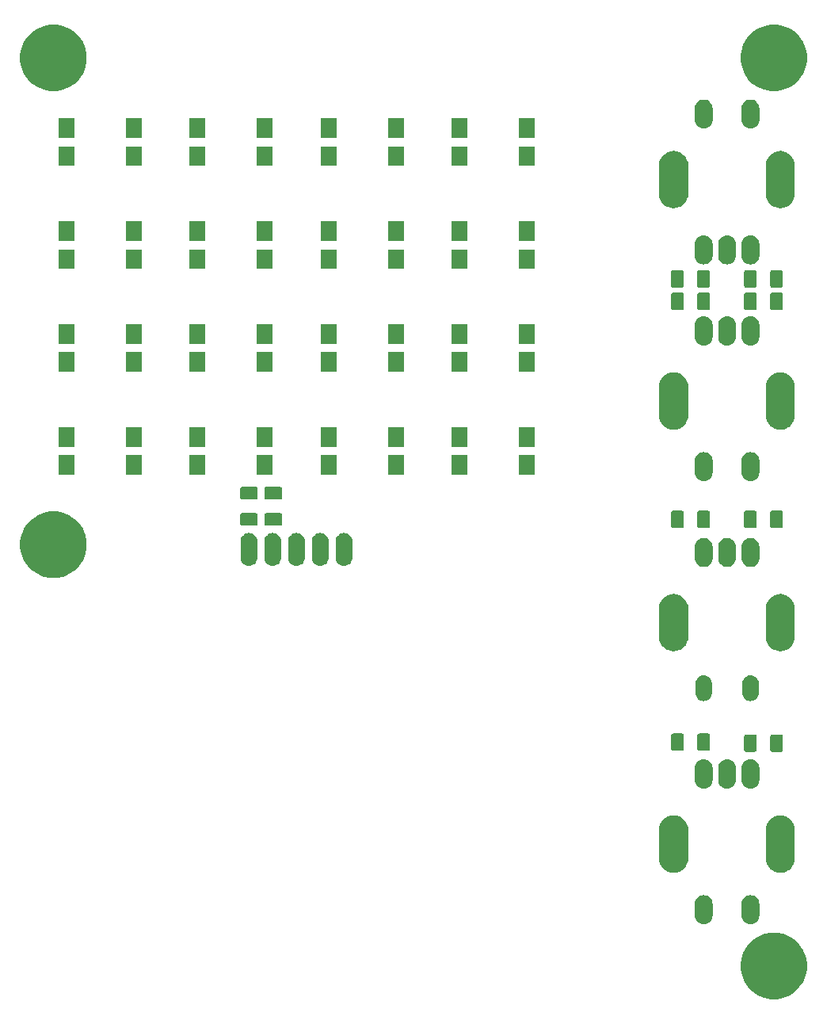
<source format=gts>
G04 #@! TF.GenerationSoftware,KiCad,Pcbnew,(5.1.5)-3*
G04 #@! TF.CreationDate,2021-07-12T14:21:50+05:30*
G04 #@! TF.ProjectId,RB_Console,52425f43-6f6e-4736-9f6c-652e6b696361,rev?*
G04 #@! TF.SameCoordinates,Original*
G04 #@! TF.FileFunction,Soldermask,Top*
G04 #@! TF.FilePolarity,Negative*
%FSLAX46Y46*%
G04 Gerber Fmt 4.6, Leading zero omitted, Abs format (unit mm)*
G04 Created by KiCad (PCBNEW (5.1.5)-3) date 2021-07-12 14:21:50*
%MOMM*%
%LPD*%
G04 APERTURE LIST*
%ADD10C,0.100000*%
G04 APERTURE END LIST*
D10*
G36*
X146035787Y-127585462D02*
G01*
X146035790Y-127585463D01*
X146035789Y-127585463D01*
X146682029Y-127853144D01*
X147263631Y-128241758D01*
X147758242Y-128736369D01*
X148146856Y-129317971D01*
X148261541Y-129594845D01*
X148414538Y-129964213D01*
X148551000Y-130650256D01*
X148551000Y-131349744D01*
X148414538Y-132035787D01*
X148414537Y-132035789D01*
X148146856Y-132682029D01*
X147758242Y-133263631D01*
X147263631Y-133758242D01*
X146682029Y-134146856D01*
X146225068Y-134336135D01*
X146035787Y-134414538D01*
X145349744Y-134551000D01*
X144650256Y-134551000D01*
X143964213Y-134414538D01*
X143774932Y-134336135D01*
X143317971Y-134146856D01*
X142736369Y-133758242D01*
X142241758Y-133263631D01*
X141853144Y-132682029D01*
X141585463Y-132035789D01*
X141585462Y-132035787D01*
X141449000Y-131349744D01*
X141449000Y-130650256D01*
X141585462Y-129964213D01*
X141738459Y-129594845D01*
X141853144Y-129317971D01*
X142241758Y-128736369D01*
X142736369Y-128241758D01*
X143317971Y-127853144D01*
X143964211Y-127585463D01*
X143964210Y-127585463D01*
X143964213Y-127585462D01*
X144650256Y-127449000D01*
X145349744Y-127449000D01*
X146035787Y-127585462D01*
G37*
G36*
X137686425Y-123462760D02*
G01*
X137686428Y-123462761D01*
X137686429Y-123462761D01*
X137865693Y-123517140D01*
X137865696Y-123517142D01*
X137865697Y-123517142D01*
X138030903Y-123605446D01*
X138175712Y-123724288D01*
X138294554Y-123869097D01*
X138382858Y-124034303D01*
X138382860Y-124034307D01*
X138437239Y-124213571D01*
X138437240Y-124213575D01*
X138451000Y-124353282D01*
X138451000Y-125646718D01*
X138437240Y-125786425D01*
X138437239Y-125786428D01*
X138437239Y-125786429D01*
X138382860Y-125965693D01*
X138382858Y-125965696D01*
X138382858Y-125965697D01*
X138294554Y-126130903D01*
X138175712Y-126275712D01*
X138030903Y-126394554D01*
X137865696Y-126482858D01*
X137865692Y-126482860D01*
X137686428Y-126537239D01*
X137686427Y-126537239D01*
X137686424Y-126537240D01*
X137500000Y-126555601D01*
X137313575Y-126537240D01*
X137313572Y-126537239D01*
X137313571Y-126537239D01*
X137134307Y-126482860D01*
X137134303Y-126482858D01*
X136969097Y-126394554D01*
X136824288Y-126275712D01*
X136705446Y-126130903D01*
X136617142Y-125965696D01*
X136617141Y-125965693D01*
X136617140Y-125965692D01*
X136562761Y-125786428D01*
X136562761Y-125786427D01*
X136562760Y-125786424D01*
X136549000Y-125646717D01*
X136549000Y-124353282D01*
X136562760Y-124213570D01*
X136617140Y-124034308D01*
X136705447Y-123869097D01*
X136824289Y-123724288D01*
X136969098Y-123605446D01*
X137134304Y-123517142D01*
X137134305Y-123517142D01*
X137134308Y-123517140D01*
X137313572Y-123462761D01*
X137313573Y-123462761D01*
X137313576Y-123462760D01*
X137500000Y-123444399D01*
X137686425Y-123462760D01*
G37*
G36*
X142686425Y-123462760D02*
G01*
X142686428Y-123462761D01*
X142686429Y-123462761D01*
X142865693Y-123517140D01*
X142865696Y-123517142D01*
X142865697Y-123517142D01*
X143030903Y-123605446D01*
X143175712Y-123724288D01*
X143294554Y-123869097D01*
X143382858Y-124034303D01*
X143382860Y-124034307D01*
X143437239Y-124213571D01*
X143437240Y-124213575D01*
X143451000Y-124353282D01*
X143451000Y-125646718D01*
X143437240Y-125786425D01*
X143437239Y-125786428D01*
X143437239Y-125786429D01*
X143382860Y-125965693D01*
X143382858Y-125965696D01*
X143382858Y-125965697D01*
X143294554Y-126130903D01*
X143175712Y-126275712D01*
X143030903Y-126394554D01*
X142865696Y-126482858D01*
X142865692Y-126482860D01*
X142686428Y-126537239D01*
X142686427Y-126537239D01*
X142686424Y-126537240D01*
X142500000Y-126555601D01*
X142313575Y-126537240D01*
X142313572Y-126537239D01*
X142313571Y-126537239D01*
X142134307Y-126482860D01*
X142134303Y-126482858D01*
X141969097Y-126394554D01*
X141824288Y-126275712D01*
X141705446Y-126130903D01*
X141617142Y-125965696D01*
X141617141Y-125965693D01*
X141617140Y-125965692D01*
X141562761Y-125786428D01*
X141562761Y-125786427D01*
X141562760Y-125786424D01*
X141549000Y-125646717D01*
X141549000Y-124353282D01*
X141562760Y-124213570D01*
X141617140Y-124034308D01*
X141705447Y-123869097D01*
X141824289Y-123724288D01*
X141969098Y-123605446D01*
X142134304Y-123517142D01*
X142134305Y-123517142D01*
X142134308Y-123517140D01*
X142313572Y-123462761D01*
X142313573Y-123462761D01*
X142313576Y-123462760D01*
X142500000Y-123444399D01*
X142686425Y-123462760D01*
G37*
G36*
X134604049Y-114971442D02*
G01*
X134896414Y-115060130D01*
X134896416Y-115060131D01*
X135165858Y-115204150D01*
X135402029Y-115397971D01*
X135595850Y-115634142D01*
X135739869Y-115903584D01*
X135739870Y-115903586D01*
X135828558Y-116195951D01*
X135851000Y-116423810D01*
X135851000Y-119576190D01*
X135828558Y-119804049D01*
X135739870Y-120096413D01*
X135739869Y-120096416D01*
X135595850Y-120365858D01*
X135489395Y-120495574D01*
X135402029Y-120602029D01*
X135201768Y-120766378D01*
X135165856Y-120795850D01*
X134896415Y-120939869D01*
X134896413Y-120939870D01*
X134604048Y-121028558D01*
X134300000Y-121058504D01*
X133995951Y-121028558D01*
X133703586Y-120939870D01*
X133703584Y-120939869D01*
X133434142Y-120795850D01*
X133304426Y-120689395D01*
X133197971Y-120602029D01*
X133004151Y-120365857D01*
X132860130Y-120096413D01*
X132771442Y-119804048D01*
X132749000Y-119576189D01*
X132749001Y-116423810D01*
X132771443Y-116195951D01*
X132860131Y-115903586D01*
X132860132Y-115903584D01*
X133004151Y-115634142D01*
X133197972Y-115397971D01*
X133434143Y-115204150D01*
X133703585Y-115060131D01*
X133703587Y-115060130D01*
X133995952Y-114971442D01*
X134300000Y-114941496D01*
X134604049Y-114971442D01*
G37*
G36*
X146004049Y-114971442D02*
G01*
X146296414Y-115060130D01*
X146296416Y-115060131D01*
X146565858Y-115204150D01*
X146802029Y-115397971D01*
X146995850Y-115634142D01*
X147139869Y-115903584D01*
X147139870Y-115903586D01*
X147228558Y-116195951D01*
X147251000Y-116423810D01*
X147251000Y-119576190D01*
X147228558Y-119804049D01*
X147139870Y-120096413D01*
X147139869Y-120096416D01*
X146995850Y-120365858D01*
X146889395Y-120495574D01*
X146802029Y-120602029D01*
X146601768Y-120766378D01*
X146565856Y-120795850D01*
X146296415Y-120939869D01*
X146296413Y-120939870D01*
X146004048Y-121028558D01*
X145700000Y-121058504D01*
X145395951Y-121028558D01*
X145103586Y-120939870D01*
X145103584Y-120939869D01*
X144834142Y-120795850D01*
X144704426Y-120689395D01*
X144597971Y-120602029D01*
X144404151Y-120365857D01*
X144260130Y-120096413D01*
X144171442Y-119804048D01*
X144149000Y-119576189D01*
X144149001Y-116423810D01*
X144171443Y-116195951D01*
X144260131Y-115903586D01*
X144260132Y-115903584D01*
X144404151Y-115634142D01*
X144597972Y-115397971D01*
X144834143Y-115204150D01*
X145103585Y-115060131D01*
X145103587Y-115060130D01*
X145395952Y-114971442D01*
X145700000Y-114941496D01*
X146004049Y-114971442D01*
G37*
G36*
X137686425Y-108962760D02*
G01*
X137686428Y-108962761D01*
X137686429Y-108962761D01*
X137865693Y-109017140D01*
X137865696Y-109017142D01*
X137865697Y-109017142D01*
X138030903Y-109105446D01*
X138175712Y-109224288D01*
X138294554Y-109369097D01*
X138382858Y-109534303D01*
X138382860Y-109534307D01*
X138437239Y-109713571D01*
X138437240Y-109713575D01*
X138451000Y-109853282D01*
X138451000Y-111146718D01*
X138437240Y-111286425D01*
X138437239Y-111286428D01*
X138437239Y-111286429D01*
X138382860Y-111465693D01*
X138382858Y-111465696D01*
X138382858Y-111465697D01*
X138294554Y-111630903D01*
X138175712Y-111775712D01*
X138030903Y-111894554D01*
X137865696Y-111982858D01*
X137865692Y-111982860D01*
X137686428Y-112037239D01*
X137686427Y-112037239D01*
X137686424Y-112037240D01*
X137500000Y-112055601D01*
X137313575Y-112037240D01*
X137313572Y-112037239D01*
X137313571Y-112037239D01*
X137134307Y-111982860D01*
X137134303Y-111982858D01*
X136969097Y-111894554D01*
X136824288Y-111775712D01*
X136705446Y-111630903D01*
X136617142Y-111465696D01*
X136617141Y-111465693D01*
X136617140Y-111465692D01*
X136562761Y-111286428D01*
X136562761Y-111286427D01*
X136562760Y-111286424D01*
X136549000Y-111146717D01*
X136549000Y-109853282D01*
X136562760Y-109713570D01*
X136617140Y-109534308D01*
X136705447Y-109369097D01*
X136824289Y-109224288D01*
X136969098Y-109105446D01*
X137134304Y-109017142D01*
X137134305Y-109017142D01*
X137134308Y-109017140D01*
X137313572Y-108962761D01*
X137313573Y-108962761D01*
X137313576Y-108962760D01*
X137500000Y-108944399D01*
X137686425Y-108962760D01*
G37*
G36*
X140186425Y-108962760D02*
G01*
X140186428Y-108962761D01*
X140186429Y-108962761D01*
X140365693Y-109017140D01*
X140365696Y-109017142D01*
X140365697Y-109017142D01*
X140530903Y-109105446D01*
X140675712Y-109224288D01*
X140794554Y-109369097D01*
X140882858Y-109534303D01*
X140882860Y-109534307D01*
X140937239Y-109713571D01*
X140937240Y-109713575D01*
X140951000Y-109853282D01*
X140951000Y-111146718D01*
X140937240Y-111286425D01*
X140937239Y-111286428D01*
X140937239Y-111286429D01*
X140882860Y-111465693D01*
X140882858Y-111465696D01*
X140882858Y-111465697D01*
X140794554Y-111630903D01*
X140675712Y-111775712D01*
X140530903Y-111894554D01*
X140365696Y-111982858D01*
X140365692Y-111982860D01*
X140186428Y-112037239D01*
X140186427Y-112037239D01*
X140186424Y-112037240D01*
X140000000Y-112055601D01*
X139813575Y-112037240D01*
X139813572Y-112037239D01*
X139813571Y-112037239D01*
X139634307Y-111982860D01*
X139634303Y-111982858D01*
X139469097Y-111894554D01*
X139324288Y-111775712D01*
X139205446Y-111630903D01*
X139117142Y-111465696D01*
X139117141Y-111465693D01*
X139117140Y-111465692D01*
X139062761Y-111286428D01*
X139062761Y-111286427D01*
X139062760Y-111286424D01*
X139049000Y-111146717D01*
X139049000Y-109853282D01*
X139062760Y-109713570D01*
X139117140Y-109534308D01*
X139205447Y-109369097D01*
X139324289Y-109224288D01*
X139469098Y-109105446D01*
X139634304Y-109017142D01*
X139634305Y-109017142D01*
X139634308Y-109017140D01*
X139813572Y-108962761D01*
X139813573Y-108962761D01*
X139813576Y-108962760D01*
X140000000Y-108944399D01*
X140186425Y-108962760D01*
G37*
G36*
X142686425Y-108962760D02*
G01*
X142686428Y-108962761D01*
X142686429Y-108962761D01*
X142865693Y-109017140D01*
X142865696Y-109017142D01*
X142865697Y-109017142D01*
X143030903Y-109105446D01*
X143175712Y-109224288D01*
X143294554Y-109369097D01*
X143382858Y-109534303D01*
X143382860Y-109534307D01*
X143437239Y-109713571D01*
X143437240Y-109713575D01*
X143451000Y-109853282D01*
X143451000Y-111146718D01*
X143437240Y-111286425D01*
X143437239Y-111286428D01*
X143437239Y-111286429D01*
X143382860Y-111465693D01*
X143382858Y-111465696D01*
X143382858Y-111465697D01*
X143294554Y-111630903D01*
X143175712Y-111775712D01*
X143030903Y-111894554D01*
X142865696Y-111982858D01*
X142865692Y-111982860D01*
X142686428Y-112037239D01*
X142686427Y-112037239D01*
X142686424Y-112037240D01*
X142500000Y-112055601D01*
X142313575Y-112037240D01*
X142313572Y-112037239D01*
X142313571Y-112037239D01*
X142134307Y-111982860D01*
X142134303Y-111982858D01*
X141969097Y-111894554D01*
X141824288Y-111775712D01*
X141705446Y-111630903D01*
X141617142Y-111465696D01*
X141617141Y-111465693D01*
X141617140Y-111465692D01*
X141562761Y-111286428D01*
X141562761Y-111286427D01*
X141562760Y-111286424D01*
X141549000Y-111146717D01*
X141549000Y-109853282D01*
X141562760Y-109713570D01*
X141617140Y-109534308D01*
X141705447Y-109369097D01*
X141824289Y-109224288D01*
X141969098Y-109105446D01*
X142134304Y-109017142D01*
X142134305Y-109017142D01*
X142134308Y-109017140D01*
X142313572Y-108962761D01*
X142313573Y-108962761D01*
X142313576Y-108962760D01*
X142500000Y-108944399D01*
X142686425Y-108962760D01*
G37*
G36*
X143018604Y-106278347D02*
G01*
X143055144Y-106289432D01*
X143088821Y-106307433D01*
X143118341Y-106331659D01*
X143142567Y-106361179D01*
X143160568Y-106394856D01*
X143171653Y-106431396D01*
X143176000Y-106475538D01*
X143176000Y-107924462D01*
X143171653Y-107968604D01*
X143160568Y-108005144D01*
X143142567Y-108038821D01*
X143118341Y-108068341D01*
X143088821Y-108092567D01*
X143055144Y-108110568D01*
X143018604Y-108121653D01*
X142974462Y-108126000D01*
X142025538Y-108126000D01*
X141981396Y-108121653D01*
X141944856Y-108110568D01*
X141911179Y-108092567D01*
X141881659Y-108068341D01*
X141857433Y-108038821D01*
X141839432Y-108005144D01*
X141828347Y-107968604D01*
X141824000Y-107924462D01*
X141824000Y-106475538D01*
X141828347Y-106431396D01*
X141839432Y-106394856D01*
X141857433Y-106361179D01*
X141881659Y-106331659D01*
X141911179Y-106307433D01*
X141944856Y-106289432D01*
X141981396Y-106278347D01*
X142025538Y-106274000D01*
X142974462Y-106274000D01*
X143018604Y-106278347D01*
G37*
G36*
X145818604Y-106278347D02*
G01*
X145855144Y-106289432D01*
X145888821Y-106307433D01*
X145918341Y-106331659D01*
X145942567Y-106361179D01*
X145960568Y-106394856D01*
X145971653Y-106431396D01*
X145976000Y-106475538D01*
X145976000Y-107924462D01*
X145971653Y-107968604D01*
X145960568Y-108005144D01*
X145942567Y-108038821D01*
X145918341Y-108068341D01*
X145888821Y-108092567D01*
X145855144Y-108110568D01*
X145818604Y-108121653D01*
X145774462Y-108126000D01*
X144825538Y-108126000D01*
X144781396Y-108121653D01*
X144744856Y-108110568D01*
X144711179Y-108092567D01*
X144681659Y-108068341D01*
X144657433Y-108038821D01*
X144639432Y-108005144D01*
X144628347Y-107968604D01*
X144624000Y-107924462D01*
X144624000Y-106475538D01*
X144628347Y-106431396D01*
X144639432Y-106394856D01*
X144657433Y-106361179D01*
X144681659Y-106331659D01*
X144711179Y-106307433D01*
X144744856Y-106289432D01*
X144781396Y-106278347D01*
X144825538Y-106274000D01*
X145774462Y-106274000D01*
X145818604Y-106278347D01*
G37*
G36*
X135218604Y-106178347D02*
G01*
X135255144Y-106189432D01*
X135288821Y-106207433D01*
X135318341Y-106231659D01*
X135342567Y-106261179D01*
X135360568Y-106294856D01*
X135371653Y-106331396D01*
X135376000Y-106375538D01*
X135376000Y-107824462D01*
X135371653Y-107868604D01*
X135360568Y-107905144D01*
X135342567Y-107938821D01*
X135318341Y-107968341D01*
X135288821Y-107992567D01*
X135255144Y-108010568D01*
X135218604Y-108021653D01*
X135174462Y-108026000D01*
X134225538Y-108026000D01*
X134181396Y-108021653D01*
X134144856Y-108010568D01*
X134111179Y-107992567D01*
X134081659Y-107968341D01*
X134057433Y-107938821D01*
X134039432Y-107905144D01*
X134028347Y-107868604D01*
X134024000Y-107824462D01*
X134024000Y-106375538D01*
X134028347Y-106331396D01*
X134039432Y-106294856D01*
X134057433Y-106261179D01*
X134081659Y-106231659D01*
X134111179Y-106207433D01*
X134144856Y-106189432D01*
X134181396Y-106178347D01*
X134225538Y-106174000D01*
X135174462Y-106174000D01*
X135218604Y-106178347D01*
G37*
G36*
X138018604Y-106178347D02*
G01*
X138055144Y-106189432D01*
X138088821Y-106207433D01*
X138118341Y-106231659D01*
X138142567Y-106261179D01*
X138160568Y-106294856D01*
X138171653Y-106331396D01*
X138176000Y-106375538D01*
X138176000Y-107824462D01*
X138171653Y-107868604D01*
X138160568Y-107905144D01*
X138142567Y-107938821D01*
X138118341Y-107968341D01*
X138088821Y-107992567D01*
X138055144Y-108010568D01*
X138018604Y-108021653D01*
X137974462Y-108026000D01*
X137025538Y-108026000D01*
X136981396Y-108021653D01*
X136944856Y-108010568D01*
X136911179Y-107992567D01*
X136881659Y-107968341D01*
X136857433Y-107938821D01*
X136839432Y-107905144D01*
X136828347Y-107868604D01*
X136824000Y-107824462D01*
X136824000Y-106375538D01*
X136828347Y-106331396D01*
X136839432Y-106294856D01*
X136857433Y-106261179D01*
X136881659Y-106231659D01*
X136911179Y-106207433D01*
X136944856Y-106189432D01*
X136981396Y-106178347D01*
X137025538Y-106174000D01*
X137974462Y-106174000D01*
X138018604Y-106178347D01*
G37*
G36*
X142671724Y-99966675D02*
G01*
X142836855Y-100016767D01*
X142989033Y-100098108D01*
X143122423Y-100207577D01*
X143231892Y-100340967D01*
X143313233Y-100493145D01*
X143363325Y-100658276D01*
X143376000Y-100786968D01*
X143376000Y-101873032D01*
X143363325Y-102001724D01*
X143313233Y-102166855D01*
X143231892Y-102319033D01*
X143122423Y-102452423D01*
X142989033Y-102561892D01*
X142836855Y-102643233D01*
X142671723Y-102693325D01*
X142500000Y-102710238D01*
X142328276Y-102693325D01*
X142163145Y-102643233D01*
X142010967Y-102561892D01*
X141877577Y-102452423D01*
X141768108Y-102319033D01*
X141686767Y-102166855D01*
X141636675Y-102001723D01*
X141624000Y-101873031D01*
X141624001Y-100786968D01*
X141636676Y-100658276D01*
X141686768Y-100493145D01*
X141768109Y-100340967D01*
X141877578Y-100207577D01*
X142010968Y-100098108D01*
X142163146Y-100016767D01*
X142328277Y-99966675D01*
X142500000Y-99949762D01*
X142671724Y-99966675D01*
G37*
G36*
X137671724Y-99966675D02*
G01*
X137836855Y-100016767D01*
X137989033Y-100098108D01*
X138122423Y-100207577D01*
X138231892Y-100340967D01*
X138313233Y-100493145D01*
X138363325Y-100658276D01*
X138376000Y-100786968D01*
X138376000Y-101873032D01*
X138363325Y-102001724D01*
X138313233Y-102166855D01*
X138231892Y-102319033D01*
X138122423Y-102452423D01*
X137989033Y-102561892D01*
X137836855Y-102643233D01*
X137671723Y-102693325D01*
X137500000Y-102710238D01*
X137328276Y-102693325D01*
X137163145Y-102643233D01*
X137010967Y-102561892D01*
X136877577Y-102452423D01*
X136768108Y-102319033D01*
X136686767Y-102166855D01*
X136636675Y-102001723D01*
X136624000Y-101873031D01*
X136624001Y-100786968D01*
X136636676Y-100658276D01*
X136686768Y-100493145D01*
X136768109Y-100340967D01*
X136877578Y-100207577D01*
X137010968Y-100098108D01*
X137163146Y-100016767D01*
X137328277Y-99966675D01*
X137500000Y-99949762D01*
X137671724Y-99966675D01*
G37*
G36*
X134604049Y-91301442D02*
G01*
X134896414Y-91390130D01*
X134896416Y-91390131D01*
X135165858Y-91534150D01*
X135402029Y-91727971D01*
X135595850Y-91964142D01*
X135739869Y-92233584D01*
X135739870Y-92233586D01*
X135828558Y-92525951D01*
X135851000Y-92753810D01*
X135851000Y-95906190D01*
X135828558Y-96134049D01*
X135739870Y-96426413D01*
X135739869Y-96426416D01*
X135595850Y-96695858D01*
X135489395Y-96825574D01*
X135402029Y-96932029D01*
X135201768Y-97096378D01*
X135165856Y-97125850D01*
X134896415Y-97269869D01*
X134896413Y-97269870D01*
X134604048Y-97358558D01*
X134300000Y-97388504D01*
X133995951Y-97358558D01*
X133703586Y-97269870D01*
X133703584Y-97269869D01*
X133434142Y-97125850D01*
X133304426Y-97019395D01*
X133197971Y-96932029D01*
X133004151Y-96695857D01*
X132860130Y-96426413D01*
X132771442Y-96134048D01*
X132749000Y-95906189D01*
X132749001Y-92753810D01*
X132771443Y-92525951D01*
X132860131Y-92233586D01*
X132860132Y-92233584D01*
X133004151Y-91964142D01*
X133197972Y-91727971D01*
X133434143Y-91534150D01*
X133703585Y-91390131D01*
X133703587Y-91390130D01*
X133995952Y-91301442D01*
X134300000Y-91271496D01*
X134604049Y-91301442D01*
G37*
G36*
X146004049Y-91301442D02*
G01*
X146296414Y-91390130D01*
X146296416Y-91390131D01*
X146565858Y-91534150D01*
X146802029Y-91727971D01*
X146995850Y-91964142D01*
X147139869Y-92233584D01*
X147139870Y-92233586D01*
X147228558Y-92525951D01*
X147251000Y-92753810D01*
X147251000Y-95906190D01*
X147228558Y-96134049D01*
X147139870Y-96426413D01*
X147139869Y-96426416D01*
X146995850Y-96695858D01*
X146889395Y-96825574D01*
X146802029Y-96932029D01*
X146601768Y-97096378D01*
X146565856Y-97125850D01*
X146296415Y-97269869D01*
X146296413Y-97269870D01*
X146004048Y-97358558D01*
X145700000Y-97388504D01*
X145395951Y-97358558D01*
X145103586Y-97269870D01*
X145103584Y-97269869D01*
X144834142Y-97125850D01*
X144704426Y-97019395D01*
X144597971Y-96932029D01*
X144404151Y-96695857D01*
X144260130Y-96426413D01*
X144171442Y-96134048D01*
X144149000Y-95906189D01*
X144149001Y-92753810D01*
X144171443Y-92525951D01*
X144260131Y-92233586D01*
X144260132Y-92233584D01*
X144404151Y-91964142D01*
X144597972Y-91727971D01*
X144834143Y-91534150D01*
X145103585Y-91390131D01*
X145103587Y-91390130D01*
X145395952Y-91301442D01*
X145700000Y-91271496D01*
X146004049Y-91301442D01*
G37*
G36*
X69035787Y-82585462D02*
G01*
X69035790Y-82585463D01*
X69035789Y-82585463D01*
X69682029Y-82853144D01*
X70263631Y-83241758D01*
X70758242Y-83736369D01*
X71146856Y-84317971D01*
X71261541Y-84594845D01*
X71414538Y-84964213D01*
X71551000Y-85650256D01*
X71551000Y-86349744D01*
X71414538Y-87035787D01*
X71414537Y-87035789D01*
X71146856Y-87682029D01*
X70758242Y-88263631D01*
X70263631Y-88758242D01*
X69682029Y-89146856D01*
X69225068Y-89336135D01*
X69035787Y-89414538D01*
X68349744Y-89551000D01*
X67650256Y-89551000D01*
X66964213Y-89414538D01*
X66774932Y-89336135D01*
X66317971Y-89146856D01*
X65736369Y-88758242D01*
X65241758Y-88263631D01*
X64853144Y-87682029D01*
X64585463Y-87035789D01*
X64585462Y-87035787D01*
X64449000Y-86349744D01*
X64449000Y-85650256D01*
X64585462Y-84964213D01*
X64738459Y-84594845D01*
X64853144Y-84317971D01*
X65241758Y-83736369D01*
X65736369Y-83241758D01*
X66317971Y-82853144D01*
X66964211Y-82585463D01*
X66964210Y-82585463D01*
X66964213Y-82585462D01*
X67650256Y-82449000D01*
X68349744Y-82449000D01*
X69035787Y-82585462D01*
G37*
G36*
X137686425Y-85292760D02*
G01*
X137686428Y-85292761D01*
X137686429Y-85292761D01*
X137865693Y-85347140D01*
X137865696Y-85347142D01*
X137865697Y-85347142D01*
X138030903Y-85435446D01*
X138175712Y-85554288D01*
X138294554Y-85699097D01*
X138382858Y-85864303D01*
X138382860Y-85864307D01*
X138437239Y-86043571D01*
X138437240Y-86043575D01*
X138451000Y-86183282D01*
X138451000Y-87476718D01*
X138437240Y-87616425D01*
X138437239Y-87616428D01*
X138437239Y-87616429D01*
X138382860Y-87795693D01*
X138382858Y-87795696D01*
X138382858Y-87795697D01*
X138294554Y-87960903D01*
X138175712Y-88105712D01*
X138030903Y-88224554D01*
X137865696Y-88312858D01*
X137865692Y-88312860D01*
X137686428Y-88367239D01*
X137686427Y-88367239D01*
X137686424Y-88367240D01*
X137500000Y-88385601D01*
X137313575Y-88367240D01*
X137313572Y-88367239D01*
X137313571Y-88367239D01*
X137134307Y-88312860D01*
X137134303Y-88312858D01*
X136969097Y-88224554D01*
X136824288Y-88105712D01*
X136705446Y-87960903D01*
X136617142Y-87795696D01*
X136617141Y-87795693D01*
X136617140Y-87795692D01*
X136562761Y-87616428D01*
X136562761Y-87616427D01*
X136562760Y-87616424D01*
X136549000Y-87476717D01*
X136549000Y-86183282D01*
X136562760Y-86043570D01*
X136617140Y-85864308D01*
X136705447Y-85699097D01*
X136824289Y-85554288D01*
X136969098Y-85435446D01*
X137134304Y-85347142D01*
X137134305Y-85347142D01*
X137134308Y-85347140D01*
X137313572Y-85292761D01*
X137313573Y-85292761D01*
X137313576Y-85292760D01*
X137500000Y-85274399D01*
X137686425Y-85292760D01*
G37*
G36*
X140186425Y-85292760D02*
G01*
X140186428Y-85292761D01*
X140186429Y-85292761D01*
X140365693Y-85347140D01*
X140365696Y-85347142D01*
X140365697Y-85347142D01*
X140530903Y-85435446D01*
X140675712Y-85554288D01*
X140794554Y-85699097D01*
X140882858Y-85864303D01*
X140882860Y-85864307D01*
X140937239Y-86043571D01*
X140937240Y-86043575D01*
X140951000Y-86183282D01*
X140951000Y-87476718D01*
X140937240Y-87616425D01*
X140937239Y-87616428D01*
X140937239Y-87616429D01*
X140882860Y-87795693D01*
X140882858Y-87795696D01*
X140882858Y-87795697D01*
X140794554Y-87960903D01*
X140675712Y-88105712D01*
X140530903Y-88224554D01*
X140365696Y-88312858D01*
X140365692Y-88312860D01*
X140186428Y-88367239D01*
X140186427Y-88367239D01*
X140186424Y-88367240D01*
X140000000Y-88385601D01*
X139813575Y-88367240D01*
X139813572Y-88367239D01*
X139813571Y-88367239D01*
X139634307Y-88312860D01*
X139634303Y-88312858D01*
X139469097Y-88224554D01*
X139324288Y-88105712D01*
X139205446Y-87960903D01*
X139117142Y-87795696D01*
X139117141Y-87795693D01*
X139117140Y-87795692D01*
X139062761Y-87616428D01*
X139062761Y-87616427D01*
X139062760Y-87616424D01*
X139049000Y-87476717D01*
X139049000Y-86183282D01*
X139062760Y-86043570D01*
X139117140Y-85864308D01*
X139205447Y-85699097D01*
X139324289Y-85554288D01*
X139469098Y-85435446D01*
X139634304Y-85347142D01*
X139634305Y-85347142D01*
X139634308Y-85347140D01*
X139813572Y-85292761D01*
X139813573Y-85292761D01*
X139813576Y-85292760D01*
X140000000Y-85274399D01*
X140186425Y-85292760D01*
G37*
G36*
X142686425Y-85292760D02*
G01*
X142686428Y-85292761D01*
X142686429Y-85292761D01*
X142865693Y-85347140D01*
X142865696Y-85347142D01*
X142865697Y-85347142D01*
X143030903Y-85435446D01*
X143175712Y-85554288D01*
X143294554Y-85699097D01*
X143382858Y-85864303D01*
X143382860Y-85864307D01*
X143437239Y-86043571D01*
X143437240Y-86043575D01*
X143451000Y-86183282D01*
X143451000Y-87476718D01*
X143437240Y-87616425D01*
X143437239Y-87616428D01*
X143437239Y-87616429D01*
X143382860Y-87795693D01*
X143382858Y-87795696D01*
X143382858Y-87795697D01*
X143294554Y-87960903D01*
X143175712Y-88105712D01*
X143030903Y-88224554D01*
X142865696Y-88312858D01*
X142865692Y-88312860D01*
X142686428Y-88367239D01*
X142686427Y-88367239D01*
X142686424Y-88367240D01*
X142500000Y-88385601D01*
X142313575Y-88367240D01*
X142313572Y-88367239D01*
X142313571Y-88367239D01*
X142134307Y-88312860D01*
X142134303Y-88312858D01*
X141969097Y-88224554D01*
X141824288Y-88105712D01*
X141705446Y-87960903D01*
X141617142Y-87795696D01*
X141617141Y-87795693D01*
X141617140Y-87795692D01*
X141562761Y-87616428D01*
X141562761Y-87616427D01*
X141562760Y-87616424D01*
X141549000Y-87476717D01*
X141549000Y-86183282D01*
X141562760Y-86043570D01*
X141617140Y-85864308D01*
X141705447Y-85699097D01*
X141824289Y-85554288D01*
X141969098Y-85435446D01*
X142134304Y-85347142D01*
X142134305Y-85347142D01*
X142134308Y-85347140D01*
X142313572Y-85292761D01*
X142313573Y-85292761D01*
X142313576Y-85292760D01*
X142500000Y-85274399D01*
X142686425Y-85292760D01*
G37*
G36*
X99236626Y-84762037D02*
G01*
X99406465Y-84813557D01*
X99406467Y-84813558D01*
X99562989Y-84897221D01*
X99700186Y-85009814D01*
X99783448Y-85111271D01*
X99812778Y-85147009D01*
X99896443Y-85303534D01*
X99947963Y-85473373D01*
X99947963Y-85473375D01*
X99955412Y-85549000D01*
X99961000Y-85605742D01*
X99961000Y-87394258D01*
X99947963Y-87526627D01*
X99896443Y-87696466D01*
X99812778Y-87852991D01*
X99783448Y-87888729D01*
X99700186Y-87990186D01*
X99603194Y-88069784D01*
X99562991Y-88102778D01*
X99406466Y-88186443D01*
X99236627Y-88237963D01*
X99060000Y-88255359D01*
X98883374Y-88237963D01*
X98713535Y-88186443D01*
X98557010Y-88102778D01*
X98516807Y-88069784D01*
X98419815Y-87990186D01*
X98336553Y-87888729D01*
X98307223Y-87852991D01*
X98223558Y-87696466D01*
X98172038Y-87526627D01*
X98159001Y-87394258D01*
X98159000Y-85605743D01*
X98172037Y-85473374D01*
X98223557Y-85303535D01*
X98229316Y-85292760D01*
X98307221Y-85147011D01*
X98419814Y-85009814D01*
X98521271Y-84926552D01*
X98557009Y-84897222D01*
X98713534Y-84813557D01*
X98883373Y-84762037D01*
X99060000Y-84744641D01*
X99236626Y-84762037D01*
G37*
G36*
X91616626Y-84762037D02*
G01*
X91786465Y-84813557D01*
X91786467Y-84813558D01*
X91942989Y-84897221D01*
X92080186Y-85009814D01*
X92163448Y-85111271D01*
X92192778Y-85147009D01*
X92276443Y-85303534D01*
X92327963Y-85473373D01*
X92327963Y-85473375D01*
X92335412Y-85549000D01*
X92341000Y-85605742D01*
X92341000Y-87394258D01*
X92327963Y-87526627D01*
X92276443Y-87696466D01*
X92192778Y-87852991D01*
X92163448Y-87888729D01*
X92080186Y-87990186D01*
X91983194Y-88069784D01*
X91942991Y-88102778D01*
X91786466Y-88186443D01*
X91616627Y-88237963D01*
X91440000Y-88255359D01*
X91263374Y-88237963D01*
X91093535Y-88186443D01*
X90937010Y-88102778D01*
X90896807Y-88069784D01*
X90799815Y-87990186D01*
X90716553Y-87888729D01*
X90687223Y-87852991D01*
X90603558Y-87696466D01*
X90552038Y-87526627D01*
X90539001Y-87394258D01*
X90539000Y-85605743D01*
X90552037Y-85473374D01*
X90603557Y-85303535D01*
X90609316Y-85292760D01*
X90687221Y-85147011D01*
X90799814Y-85009814D01*
X90901271Y-84926552D01*
X90937009Y-84897222D01*
X91093534Y-84813557D01*
X91263373Y-84762037D01*
X91440000Y-84744641D01*
X91616626Y-84762037D01*
G37*
G36*
X96696626Y-84762037D02*
G01*
X96866465Y-84813557D01*
X96866467Y-84813558D01*
X97022989Y-84897221D01*
X97160186Y-85009814D01*
X97243448Y-85111271D01*
X97272778Y-85147009D01*
X97356443Y-85303534D01*
X97407963Y-85473373D01*
X97407963Y-85473375D01*
X97415412Y-85549000D01*
X97421000Y-85605742D01*
X97421000Y-87394258D01*
X97407963Y-87526627D01*
X97356443Y-87696466D01*
X97272778Y-87852991D01*
X97243448Y-87888729D01*
X97160186Y-87990186D01*
X97063194Y-88069784D01*
X97022991Y-88102778D01*
X96866466Y-88186443D01*
X96696627Y-88237963D01*
X96520000Y-88255359D01*
X96343374Y-88237963D01*
X96173535Y-88186443D01*
X96017010Y-88102778D01*
X95976807Y-88069784D01*
X95879815Y-87990186D01*
X95796553Y-87888729D01*
X95767223Y-87852991D01*
X95683558Y-87696466D01*
X95632038Y-87526627D01*
X95619001Y-87394258D01*
X95619000Y-85605743D01*
X95632037Y-85473374D01*
X95683557Y-85303535D01*
X95689316Y-85292760D01*
X95767221Y-85147011D01*
X95879814Y-85009814D01*
X95981271Y-84926552D01*
X96017009Y-84897222D01*
X96173534Y-84813557D01*
X96343373Y-84762037D01*
X96520000Y-84744641D01*
X96696626Y-84762037D01*
G37*
G36*
X94156626Y-84762037D02*
G01*
X94326465Y-84813557D01*
X94326467Y-84813558D01*
X94482989Y-84897221D01*
X94620186Y-85009814D01*
X94703448Y-85111271D01*
X94732778Y-85147009D01*
X94816443Y-85303534D01*
X94867963Y-85473373D01*
X94867963Y-85473375D01*
X94875412Y-85549000D01*
X94881000Y-85605742D01*
X94881000Y-87394258D01*
X94867963Y-87526627D01*
X94816443Y-87696466D01*
X94732778Y-87852991D01*
X94703448Y-87888729D01*
X94620186Y-87990186D01*
X94523194Y-88069784D01*
X94482991Y-88102778D01*
X94326466Y-88186443D01*
X94156627Y-88237963D01*
X93980000Y-88255359D01*
X93803374Y-88237963D01*
X93633535Y-88186443D01*
X93477010Y-88102778D01*
X93436807Y-88069784D01*
X93339815Y-87990186D01*
X93256553Y-87888729D01*
X93227223Y-87852991D01*
X93143558Y-87696466D01*
X93092038Y-87526627D01*
X93079001Y-87394258D01*
X93079000Y-85605743D01*
X93092037Y-85473374D01*
X93143557Y-85303535D01*
X93149316Y-85292760D01*
X93227221Y-85147011D01*
X93339814Y-85009814D01*
X93441271Y-84926552D01*
X93477009Y-84897222D01*
X93633534Y-84813557D01*
X93803373Y-84762037D01*
X93980000Y-84744641D01*
X94156626Y-84762037D01*
G37*
G36*
X89076626Y-84762037D02*
G01*
X89246465Y-84813557D01*
X89246467Y-84813558D01*
X89402989Y-84897221D01*
X89540186Y-85009814D01*
X89623448Y-85111271D01*
X89652778Y-85147009D01*
X89736443Y-85303534D01*
X89787963Y-85473373D01*
X89787963Y-85473375D01*
X89795412Y-85549000D01*
X89801000Y-85605742D01*
X89801000Y-87394258D01*
X89787963Y-87526627D01*
X89736443Y-87696466D01*
X89652778Y-87852991D01*
X89623448Y-87888729D01*
X89540186Y-87990186D01*
X89443194Y-88069784D01*
X89402991Y-88102778D01*
X89246466Y-88186443D01*
X89076627Y-88237963D01*
X88900000Y-88255359D01*
X88723374Y-88237963D01*
X88553535Y-88186443D01*
X88397010Y-88102778D01*
X88356807Y-88069784D01*
X88259815Y-87990186D01*
X88176553Y-87888729D01*
X88147223Y-87852991D01*
X88063558Y-87696466D01*
X88012038Y-87526627D01*
X87999001Y-87394258D01*
X87999000Y-85605743D01*
X88012037Y-85473374D01*
X88063557Y-85303535D01*
X88069316Y-85292760D01*
X88147221Y-85147011D01*
X88259814Y-85009814D01*
X88361271Y-84926552D01*
X88397009Y-84897222D01*
X88553534Y-84813557D01*
X88723373Y-84762037D01*
X88900000Y-84744641D01*
X89076626Y-84762037D01*
G37*
G36*
X138018604Y-82378347D02*
G01*
X138055144Y-82389432D01*
X138088821Y-82407433D01*
X138118341Y-82431659D01*
X138142567Y-82461179D01*
X138160568Y-82494856D01*
X138171653Y-82531396D01*
X138176000Y-82575538D01*
X138176000Y-84024462D01*
X138171653Y-84068604D01*
X138160568Y-84105144D01*
X138142567Y-84138821D01*
X138118341Y-84168341D01*
X138088821Y-84192567D01*
X138055144Y-84210568D01*
X138018604Y-84221653D01*
X137974462Y-84226000D01*
X137025538Y-84226000D01*
X136981396Y-84221653D01*
X136944856Y-84210568D01*
X136911179Y-84192567D01*
X136881659Y-84168341D01*
X136857433Y-84138821D01*
X136839432Y-84105144D01*
X136828347Y-84068604D01*
X136824000Y-84024462D01*
X136824000Y-82575538D01*
X136828347Y-82531396D01*
X136839432Y-82494856D01*
X136857433Y-82461179D01*
X136881659Y-82431659D01*
X136911179Y-82407433D01*
X136944856Y-82389432D01*
X136981396Y-82378347D01*
X137025538Y-82374000D01*
X137974462Y-82374000D01*
X138018604Y-82378347D01*
G37*
G36*
X135218604Y-82378347D02*
G01*
X135255144Y-82389432D01*
X135288821Y-82407433D01*
X135318341Y-82431659D01*
X135342567Y-82461179D01*
X135360568Y-82494856D01*
X135371653Y-82531396D01*
X135376000Y-82575538D01*
X135376000Y-84024462D01*
X135371653Y-84068604D01*
X135360568Y-84105144D01*
X135342567Y-84138821D01*
X135318341Y-84168341D01*
X135288821Y-84192567D01*
X135255144Y-84210568D01*
X135218604Y-84221653D01*
X135174462Y-84226000D01*
X134225538Y-84226000D01*
X134181396Y-84221653D01*
X134144856Y-84210568D01*
X134111179Y-84192567D01*
X134081659Y-84168341D01*
X134057433Y-84138821D01*
X134039432Y-84105144D01*
X134028347Y-84068604D01*
X134024000Y-84024462D01*
X134024000Y-82575538D01*
X134028347Y-82531396D01*
X134039432Y-82494856D01*
X134057433Y-82461179D01*
X134081659Y-82431659D01*
X134111179Y-82407433D01*
X134144856Y-82389432D01*
X134181396Y-82378347D01*
X134225538Y-82374000D01*
X135174462Y-82374000D01*
X135218604Y-82378347D01*
G37*
G36*
X145818604Y-82378347D02*
G01*
X145855144Y-82389432D01*
X145888821Y-82407433D01*
X145918341Y-82431659D01*
X145942567Y-82461179D01*
X145960568Y-82494856D01*
X145971653Y-82531396D01*
X145976000Y-82575538D01*
X145976000Y-84024462D01*
X145971653Y-84068604D01*
X145960568Y-84105144D01*
X145942567Y-84138821D01*
X145918341Y-84168341D01*
X145888821Y-84192567D01*
X145855144Y-84210568D01*
X145818604Y-84221653D01*
X145774462Y-84226000D01*
X144825538Y-84226000D01*
X144781396Y-84221653D01*
X144744856Y-84210568D01*
X144711179Y-84192567D01*
X144681659Y-84168341D01*
X144657433Y-84138821D01*
X144639432Y-84105144D01*
X144628347Y-84068604D01*
X144624000Y-84024462D01*
X144624000Y-82575538D01*
X144628347Y-82531396D01*
X144639432Y-82494856D01*
X144657433Y-82461179D01*
X144681659Y-82431659D01*
X144711179Y-82407433D01*
X144744856Y-82389432D01*
X144781396Y-82378347D01*
X144825538Y-82374000D01*
X145774462Y-82374000D01*
X145818604Y-82378347D01*
G37*
G36*
X143018604Y-82378347D02*
G01*
X143055144Y-82389432D01*
X143088821Y-82407433D01*
X143118341Y-82431659D01*
X143142567Y-82461179D01*
X143160568Y-82494856D01*
X143171653Y-82531396D01*
X143176000Y-82575538D01*
X143176000Y-84024462D01*
X143171653Y-84068604D01*
X143160568Y-84105144D01*
X143142567Y-84138821D01*
X143118341Y-84168341D01*
X143088821Y-84192567D01*
X143055144Y-84210568D01*
X143018604Y-84221653D01*
X142974462Y-84226000D01*
X142025538Y-84226000D01*
X141981396Y-84221653D01*
X141944856Y-84210568D01*
X141911179Y-84192567D01*
X141881659Y-84168341D01*
X141857433Y-84138821D01*
X141839432Y-84105144D01*
X141828347Y-84068604D01*
X141824000Y-84024462D01*
X141824000Y-82575538D01*
X141828347Y-82531396D01*
X141839432Y-82494856D01*
X141857433Y-82461179D01*
X141881659Y-82431659D01*
X141911179Y-82407433D01*
X141944856Y-82389432D01*
X141981396Y-82378347D01*
X142025538Y-82374000D01*
X142974462Y-82374000D01*
X143018604Y-82378347D01*
G37*
G36*
X89668604Y-82628347D02*
G01*
X89705144Y-82639432D01*
X89738821Y-82657433D01*
X89768341Y-82681659D01*
X89792567Y-82711179D01*
X89810568Y-82744856D01*
X89821653Y-82781396D01*
X89826000Y-82825538D01*
X89826000Y-83774462D01*
X89821653Y-83818604D01*
X89810568Y-83855144D01*
X89792567Y-83888821D01*
X89768341Y-83918341D01*
X89738821Y-83942567D01*
X89705144Y-83960568D01*
X89668604Y-83971653D01*
X89624462Y-83976000D01*
X88175538Y-83976000D01*
X88131396Y-83971653D01*
X88094856Y-83960568D01*
X88061179Y-83942567D01*
X88031659Y-83918341D01*
X88007433Y-83888821D01*
X87989432Y-83855144D01*
X87978347Y-83818604D01*
X87974000Y-83774462D01*
X87974000Y-82825538D01*
X87978347Y-82781396D01*
X87989432Y-82744856D01*
X88007433Y-82711179D01*
X88031659Y-82681659D01*
X88061179Y-82657433D01*
X88094856Y-82639432D01*
X88131396Y-82628347D01*
X88175538Y-82624000D01*
X89624462Y-82624000D01*
X89668604Y-82628347D01*
G37*
G36*
X92268604Y-82628347D02*
G01*
X92305144Y-82639432D01*
X92338821Y-82657433D01*
X92368341Y-82681659D01*
X92392567Y-82711179D01*
X92410568Y-82744856D01*
X92421653Y-82781396D01*
X92426000Y-82825538D01*
X92426000Y-83774462D01*
X92421653Y-83818604D01*
X92410568Y-83855144D01*
X92392567Y-83888821D01*
X92368341Y-83918341D01*
X92338821Y-83942567D01*
X92305144Y-83960568D01*
X92268604Y-83971653D01*
X92224462Y-83976000D01*
X90775538Y-83976000D01*
X90731396Y-83971653D01*
X90694856Y-83960568D01*
X90661179Y-83942567D01*
X90631659Y-83918341D01*
X90607433Y-83888821D01*
X90589432Y-83855144D01*
X90578347Y-83818604D01*
X90574000Y-83774462D01*
X90574000Y-82825538D01*
X90578347Y-82781396D01*
X90589432Y-82744856D01*
X90607433Y-82711179D01*
X90631659Y-82681659D01*
X90661179Y-82657433D01*
X90694856Y-82639432D01*
X90731396Y-82628347D01*
X90775538Y-82624000D01*
X92224462Y-82624000D01*
X92268604Y-82628347D01*
G37*
G36*
X89668604Y-79828347D02*
G01*
X89705144Y-79839432D01*
X89738821Y-79857433D01*
X89768341Y-79881659D01*
X89792567Y-79911179D01*
X89810568Y-79944856D01*
X89821653Y-79981396D01*
X89826000Y-80025538D01*
X89826000Y-80974462D01*
X89821653Y-81018604D01*
X89810568Y-81055144D01*
X89792567Y-81088821D01*
X89768341Y-81118341D01*
X89738821Y-81142567D01*
X89705144Y-81160568D01*
X89668604Y-81171653D01*
X89624462Y-81176000D01*
X88175538Y-81176000D01*
X88131396Y-81171653D01*
X88094856Y-81160568D01*
X88061179Y-81142567D01*
X88031659Y-81118341D01*
X88007433Y-81088821D01*
X87989432Y-81055144D01*
X87978347Y-81018604D01*
X87974000Y-80974462D01*
X87974000Y-80025538D01*
X87978347Y-79981396D01*
X87989432Y-79944856D01*
X88007433Y-79911179D01*
X88031659Y-79881659D01*
X88061179Y-79857433D01*
X88094856Y-79839432D01*
X88131396Y-79828347D01*
X88175538Y-79824000D01*
X89624462Y-79824000D01*
X89668604Y-79828347D01*
G37*
G36*
X92268604Y-79828347D02*
G01*
X92305144Y-79839432D01*
X92338821Y-79857433D01*
X92368341Y-79881659D01*
X92392567Y-79911179D01*
X92410568Y-79944856D01*
X92421653Y-79981396D01*
X92426000Y-80025538D01*
X92426000Y-80974462D01*
X92421653Y-81018604D01*
X92410568Y-81055144D01*
X92392567Y-81088821D01*
X92368341Y-81118341D01*
X92338821Y-81142567D01*
X92305144Y-81160568D01*
X92268604Y-81171653D01*
X92224462Y-81176000D01*
X90775538Y-81176000D01*
X90731396Y-81171653D01*
X90694856Y-81160568D01*
X90661179Y-81142567D01*
X90631659Y-81118341D01*
X90607433Y-81088821D01*
X90589432Y-81055144D01*
X90578347Y-81018604D01*
X90574000Y-80974462D01*
X90574000Y-80025538D01*
X90578347Y-79981396D01*
X90589432Y-79944856D01*
X90607433Y-79911179D01*
X90631659Y-79881659D01*
X90661179Y-79857433D01*
X90694856Y-79839432D01*
X90731396Y-79828347D01*
X90775538Y-79824000D01*
X92224462Y-79824000D01*
X92268604Y-79828347D01*
G37*
G36*
X142686425Y-76122760D02*
G01*
X142686428Y-76122761D01*
X142686429Y-76122761D01*
X142865693Y-76177140D01*
X142865696Y-76177142D01*
X142865697Y-76177142D01*
X143030903Y-76265446D01*
X143175712Y-76384288D01*
X143294554Y-76529097D01*
X143382858Y-76694303D01*
X143382860Y-76694307D01*
X143437239Y-76873571D01*
X143437240Y-76873575D01*
X143451000Y-77013282D01*
X143451000Y-78306718D01*
X143437240Y-78446425D01*
X143437239Y-78446428D01*
X143437239Y-78446429D01*
X143382860Y-78625693D01*
X143382858Y-78625696D01*
X143382858Y-78625697D01*
X143294554Y-78790903D01*
X143175712Y-78935712D01*
X143030903Y-79054554D01*
X142865696Y-79142858D01*
X142865692Y-79142860D01*
X142686428Y-79197239D01*
X142686427Y-79197239D01*
X142686424Y-79197240D01*
X142500000Y-79215601D01*
X142313575Y-79197240D01*
X142313572Y-79197239D01*
X142313571Y-79197239D01*
X142134307Y-79142860D01*
X142134303Y-79142858D01*
X141969097Y-79054554D01*
X141824288Y-78935712D01*
X141705446Y-78790903D01*
X141617142Y-78625696D01*
X141617141Y-78625693D01*
X141617140Y-78625692D01*
X141562761Y-78446428D01*
X141562761Y-78446427D01*
X141562760Y-78446424D01*
X141549000Y-78306717D01*
X141549000Y-77013282D01*
X141562760Y-76873570D01*
X141617140Y-76694308D01*
X141705447Y-76529097D01*
X141824289Y-76384288D01*
X141969098Y-76265446D01*
X142134304Y-76177142D01*
X142134305Y-76177142D01*
X142134308Y-76177140D01*
X142313572Y-76122761D01*
X142313573Y-76122761D01*
X142313576Y-76122760D01*
X142500000Y-76104399D01*
X142686425Y-76122760D01*
G37*
G36*
X137686425Y-76122760D02*
G01*
X137686428Y-76122761D01*
X137686429Y-76122761D01*
X137865693Y-76177140D01*
X137865696Y-76177142D01*
X137865697Y-76177142D01*
X138030903Y-76265446D01*
X138175712Y-76384288D01*
X138294554Y-76529097D01*
X138382858Y-76694303D01*
X138382860Y-76694307D01*
X138437239Y-76873571D01*
X138437240Y-76873575D01*
X138451000Y-77013282D01*
X138451000Y-78306718D01*
X138437240Y-78446425D01*
X138437239Y-78446428D01*
X138437239Y-78446429D01*
X138382860Y-78625693D01*
X138382858Y-78625696D01*
X138382858Y-78625697D01*
X138294554Y-78790903D01*
X138175712Y-78935712D01*
X138030903Y-79054554D01*
X137865696Y-79142858D01*
X137865692Y-79142860D01*
X137686428Y-79197239D01*
X137686427Y-79197239D01*
X137686424Y-79197240D01*
X137500000Y-79215601D01*
X137313575Y-79197240D01*
X137313572Y-79197239D01*
X137313571Y-79197239D01*
X137134307Y-79142860D01*
X137134303Y-79142858D01*
X136969097Y-79054554D01*
X136824288Y-78935712D01*
X136705446Y-78790903D01*
X136617142Y-78625696D01*
X136617141Y-78625693D01*
X136617140Y-78625692D01*
X136562761Y-78446428D01*
X136562761Y-78446427D01*
X136562760Y-78446424D01*
X136549000Y-78306717D01*
X136549000Y-77013282D01*
X136562760Y-76873570D01*
X136617140Y-76694308D01*
X136705447Y-76529097D01*
X136824289Y-76384288D01*
X136969098Y-76265446D01*
X137134304Y-76177142D01*
X137134305Y-76177142D01*
X137134308Y-76177140D01*
X137313572Y-76122761D01*
X137313573Y-76122761D01*
X137313576Y-76122760D01*
X137500000Y-76104399D01*
X137686425Y-76122760D01*
G37*
G36*
X77451000Y-78551000D02*
G01*
X75749000Y-78551000D01*
X75749000Y-76449000D01*
X77451000Y-76449000D01*
X77451000Y-78551000D01*
G37*
G36*
X70251000Y-78551000D02*
G01*
X68549000Y-78551000D01*
X68549000Y-76449000D01*
X70251000Y-76449000D01*
X70251000Y-78551000D01*
G37*
G36*
X91451000Y-78551000D02*
G01*
X89749000Y-78551000D01*
X89749000Y-76449000D01*
X91451000Y-76449000D01*
X91451000Y-78551000D01*
G37*
G36*
X98251000Y-78551000D02*
G01*
X96549000Y-78551000D01*
X96549000Y-76449000D01*
X98251000Y-76449000D01*
X98251000Y-78551000D01*
G37*
G36*
X105451000Y-78551000D02*
G01*
X103749000Y-78551000D01*
X103749000Y-76449000D01*
X105451000Y-76449000D01*
X105451000Y-78551000D01*
G37*
G36*
X112251000Y-78551000D02*
G01*
X110549000Y-78551000D01*
X110549000Y-76449000D01*
X112251000Y-76449000D01*
X112251000Y-78551000D01*
G37*
G36*
X119451000Y-78551000D02*
G01*
X117749000Y-78551000D01*
X117749000Y-76449000D01*
X119451000Y-76449000D01*
X119451000Y-78551000D01*
G37*
G36*
X84251000Y-78551000D02*
G01*
X82549000Y-78551000D01*
X82549000Y-76449000D01*
X84251000Y-76449000D01*
X84251000Y-78551000D01*
G37*
G36*
X91451000Y-75551000D02*
G01*
X89749000Y-75551000D01*
X89749000Y-73449000D01*
X91451000Y-73449000D01*
X91451000Y-75551000D01*
G37*
G36*
X105451000Y-75551000D02*
G01*
X103749000Y-75551000D01*
X103749000Y-73449000D01*
X105451000Y-73449000D01*
X105451000Y-75551000D01*
G37*
G36*
X98251000Y-75551000D02*
G01*
X96549000Y-75551000D01*
X96549000Y-73449000D01*
X98251000Y-73449000D01*
X98251000Y-75551000D01*
G37*
G36*
X112251000Y-75551000D02*
G01*
X110549000Y-75551000D01*
X110549000Y-73449000D01*
X112251000Y-73449000D01*
X112251000Y-75551000D01*
G37*
G36*
X119451000Y-75551000D02*
G01*
X117749000Y-75551000D01*
X117749000Y-73449000D01*
X119451000Y-73449000D01*
X119451000Y-75551000D01*
G37*
G36*
X70251000Y-75551000D02*
G01*
X68549000Y-75551000D01*
X68549000Y-73449000D01*
X70251000Y-73449000D01*
X70251000Y-75551000D01*
G37*
G36*
X77451000Y-75551000D02*
G01*
X75749000Y-75551000D01*
X75749000Y-73449000D01*
X77451000Y-73449000D01*
X77451000Y-75551000D01*
G37*
G36*
X84251000Y-75551000D02*
G01*
X82549000Y-75551000D01*
X82549000Y-73449000D01*
X84251000Y-73449000D01*
X84251000Y-75551000D01*
G37*
G36*
X134604049Y-67631442D02*
G01*
X134896414Y-67720130D01*
X134896416Y-67720131D01*
X135165858Y-67864150D01*
X135402029Y-68057971D01*
X135595850Y-68294142D01*
X135739869Y-68563584D01*
X135739870Y-68563586D01*
X135828558Y-68855951D01*
X135851000Y-69083810D01*
X135851000Y-72236190D01*
X135828558Y-72464049D01*
X135739870Y-72756413D01*
X135739869Y-72756416D01*
X135595850Y-73025858D01*
X135489395Y-73155574D01*
X135402029Y-73262029D01*
X135201768Y-73426378D01*
X135165856Y-73455850D01*
X134896415Y-73599869D01*
X134896413Y-73599870D01*
X134604048Y-73688558D01*
X134300000Y-73718504D01*
X133995951Y-73688558D01*
X133703586Y-73599870D01*
X133703584Y-73599869D01*
X133434142Y-73455850D01*
X133304426Y-73349395D01*
X133197971Y-73262029D01*
X133004151Y-73025857D01*
X132860130Y-72756413D01*
X132771442Y-72464048D01*
X132749000Y-72236189D01*
X132749001Y-69083810D01*
X132771443Y-68855951D01*
X132860131Y-68563586D01*
X132860132Y-68563584D01*
X133004151Y-68294142D01*
X133197972Y-68057971D01*
X133434143Y-67864150D01*
X133703585Y-67720131D01*
X133703587Y-67720130D01*
X133995952Y-67631442D01*
X134300000Y-67601496D01*
X134604049Y-67631442D01*
G37*
G36*
X146004049Y-67631442D02*
G01*
X146296414Y-67720130D01*
X146296416Y-67720131D01*
X146565858Y-67864150D01*
X146802029Y-68057971D01*
X146995850Y-68294142D01*
X147139869Y-68563584D01*
X147139870Y-68563586D01*
X147228558Y-68855951D01*
X147251000Y-69083810D01*
X147251000Y-72236190D01*
X147228558Y-72464049D01*
X147139870Y-72756413D01*
X147139869Y-72756416D01*
X146995850Y-73025858D01*
X146889395Y-73155574D01*
X146802029Y-73262029D01*
X146601768Y-73426378D01*
X146565856Y-73455850D01*
X146296415Y-73599869D01*
X146296413Y-73599870D01*
X146004048Y-73688558D01*
X145700000Y-73718504D01*
X145395951Y-73688558D01*
X145103586Y-73599870D01*
X145103584Y-73599869D01*
X144834142Y-73455850D01*
X144704426Y-73349395D01*
X144597971Y-73262029D01*
X144404151Y-73025857D01*
X144260130Y-72756413D01*
X144171442Y-72464048D01*
X144149000Y-72236189D01*
X144149001Y-69083810D01*
X144171443Y-68855951D01*
X144260131Y-68563586D01*
X144260132Y-68563584D01*
X144404151Y-68294142D01*
X144597972Y-68057971D01*
X144834143Y-67864150D01*
X145103585Y-67720131D01*
X145103587Y-67720130D01*
X145395952Y-67631442D01*
X145700000Y-67601496D01*
X146004049Y-67631442D01*
G37*
G36*
X77451000Y-67551000D02*
G01*
X75749000Y-67551000D01*
X75749000Y-65449000D01*
X77451000Y-65449000D01*
X77451000Y-67551000D01*
G37*
G36*
X70251000Y-67551000D02*
G01*
X68549000Y-67551000D01*
X68549000Y-65449000D01*
X70251000Y-65449000D01*
X70251000Y-67551000D01*
G37*
G36*
X119451000Y-67551000D02*
G01*
X117749000Y-67551000D01*
X117749000Y-65449000D01*
X119451000Y-65449000D01*
X119451000Y-67551000D01*
G37*
G36*
X112251000Y-67551000D02*
G01*
X110549000Y-67551000D01*
X110549000Y-65449000D01*
X112251000Y-65449000D01*
X112251000Y-67551000D01*
G37*
G36*
X105451000Y-67551000D02*
G01*
X103749000Y-67551000D01*
X103749000Y-65449000D01*
X105451000Y-65449000D01*
X105451000Y-67551000D01*
G37*
G36*
X98251000Y-67551000D02*
G01*
X96549000Y-67551000D01*
X96549000Y-65449000D01*
X98251000Y-65449000D01*
X98251000Y-67551000D01*
G37*
G36*
X84251000Y-67551000D02*
G01*
X82549000Y-67551000D01*
X82549000Y-65449000D01*
X84251000Y-65449000D01*
X84251000Y-67551000D01*
G37*
G36*
X91451000Y-67551000D02*
G01*
X89749000Y-67551000D01*
X89749000Y-65449000D01*
X91451000Y-65449000D01*
X91451000Y-67551000D01*
G37*
G36*
X137686425Y-61622760D02*
G01*
X137686428Y-61622761D01*
X137686429Y-61622761D01*
X137865693Y-61677140D01*
X137865696Y-61677142D01*
X137865697Y-61677142D01*
X138030903Y-61765446D01*
X138175712Y-61884288D01*
X138294554Y-62029097D01*
X138382858Y-62194303D01*
X138382860Y-62194307D01*
X138437239Y-62373571D01*
X138437240Y-62373575D01*
X138451000Y-62513282D01*
X138451000Y-63806718D01*
X138437240Y-63946425D01*
X138437239Y-63946428D01*
X138437239Y-63946429D01*
X138382860Y-64125693D01*
X138382858Y-64125696D01*
X138382858Y-64125697D01*
X138294554Y-64290903D01*
X138175712Y-64435712D01*
X138030903Y-64554554D01*
X137865696Y-64642858D01*
X137865692Y-64642860D01*
X137686428Y-64697239D01*
X137686427Y-64697239D01*
X137686424Y-64697240D01*
X137500000Y-64715601D01*
X137313575Y-64697240D01*
X137313572Y-64697239D01*
X137313571Y-64697239D01*
X137134307Y-64642860D01*
X137134303Y-64642858D01*
X136969097Y-64554554D01*
X136824288Y-64435712D01*
X136705446Y-64290903D01*
X136617142Y-64125696D01*
X136617141Y-64125693D01*
X136617140Y-64125692D01*
X136562761Y-63946428D01*
X136562761Y-63946427D01*
X136562760Y-63946424D01*
X136549000Y-63806717D01*
X136549000Y-62513282D01*
X136562760Y-62373570D01*
X136617140Y-62194308D01*
X136705447Y-62029097D01*
X136824289Y-61884288D01*
X136969098Y-61765446D01*
X137134304Y-61677142D01*
X137134305Y-61677142D01*
X137134308Y-61677140D01*
X137313572Y-61622761D01*
X137313573Y-61622761D01*
X137313576Y-61622760D01*
X137500000Y-61604399D01*
X137686425Y-61622760D01*
G37*
G36*
X142686425Y-61622760D02*
G01*
X142686428Y-61622761D01*
X142686429Y-61622761D01*
X142865693Y-61677140D01*
X142865696Y-61677142D01*
X142865697Y-61677142D01*
X143030903Y-61765446D01*
X143175712Y-61884288D01*
X143294554Y-62029097D01*
X143382858Y-62194303D01*
X143382860Y-62194307D01*
X143437239Y-62373571D01*
X143437240Y-62373575D01*
X143451000Y-62513282D01*
X143451000Y-63806718D01*
X143437240Y-63946425D01*
X143437239Y-63946428D01*
X143437239Y-63946429D01*
X143382860Y-64125693D01*
X143382858Y-64125696D01*
X143382858Y-64125697D01*
X143294554Y-64290903D01*
X143175712Y-64435712D01*
X143030903Y-64554554D01*
X142865696Y-64642858D01*
X142865692Y-64642860D01*
X142686428Y-64697239D01*
X142686427Y-64697239D01*
X142686424Y-64697240D01*
X142500000Y-64715601D01*
X142313575Y-64697240D01*
X142313572Y-64697239D01*
X142313571Y-64697239D01*
X142134307Y-64642860D01*
X142134303Y-64642858D01*
X141969097Y-64554554D01*
X141824288Y-64435712D01*
X141705446Y-64290903D01*
X141617142Y-64125696D01*
X141617141Y-64125693D01*
X141617140Y-64125692D01*
X141562761Y-63946428D01*
X141562761Y-63946427D01*
X141562760Y-63946424D01*
X141549000Y-63806717D01*
X141549000Y-62513282D01*
X141562760Y-62373570D01*
X141617140Y-62194308D01*
X141705447Y-62029097D01*
X141824289Y-61884288D01*
X141969098Y-61765446D01*
X142134304Y-61677142D01*
X142134305Y-61677142D01*
X142134308Y-61677140D01*
X142313572Y-61622761D01*
X142313573Y-61622761D01*
X142313576Y-61622760D01*
X142500000Y-61604399D01*
X142686425Y-61622760D01*
G37*
G36*
X140186425Y-61622760D02*
G01*
X140186428Y-61622761D01*
X140186429Y-61622761D01*
X140365693Y-61677140D01*
X140365696Y-61677142D01*
X140365697Y-61677142D01*
X140530903Y-61765446D01*
X140675712Y-61884288D01*
X140794554Y-62029097D01*
X140882858Y-62194303D01*
X140882860Y-62194307D01*
X140937239Y-62373571D01*
X140937240Y-62373575D01*
X140951000Y-62513282D01*
X140951000Y-63806718D01*
X140937240Y-63946425D01*
X140937239Y-63946428D01*
X140937239Y-63946429D01*
X140882860Y-64125693D01*
X140882858Y-64125696D01*
X140882858Y-64125697D01*
X140794554Y-64290903D01*
X140675712Y-64435712D01*
X140530903Y-64554554D01*
X140365696Y-64642858D01*
X140365692Y-64642860D01*
X140186428Y-64697239D01*
X140186427Y-64697239D01*
X140186424Y-64697240D01*
X140000000Y-64715601D01*
X139813575Y-64697240D01*
X139813572Y-64697239D01*
X139813571Y-64697239D01*
X139634307Y-64642860D01*
X139634303Y-64642858D01*
X139469097Y-64554554D01*
X139324288Y-64435712D01*
X139205446Y-64290903D01*
X139117142Y-64125696D01*
X139117141Y-64125693D01*
X139117140Y-64125692D01*
X139062761Y-63946428D01*
X139062761Y-63946427D01*
X139062760Y-63946424D01*
X139049000Y-63806717D01*
X139049000Y-62513282D01*
X139062760Y-62373570D01*
X139117140Y-62194308D01*
X139205447Y-62029097D01*
X139324289Y-61884288D01*
X139469098Y-61765446D01*
X139634304Y-61677142D01*
X139634305Y-61677142D01*
X139634308Y-61677140D01*
X139813572Y-61622761D01*
X139813573Y-61622761D01*
X139813576Y-61622760D01*
X140000000Y-61604399D01*
X140186425Y-61622760D01*
G37*
G36*
X105451000Y-64551000D02*
G01*
X103749000Y-64551000D01*
X103749000Y-62449000D01*
X105451000Y-62449000D01*
X105451000Y-64551000D01*
G37*
G36*
X77451000Y-64551000D02*
G01*
X75749000Y-64551000D01*
X75749000Y-62449000D01*
X77451000Y-62449000D01*
X77451000Y-64551000D01*
G37*
G36*
X70251000Y-64551000D02*
G01*
X68549000Y-64551000D01*
X68549000Y-62449000D01*
X70251000Y-62449000D01*
X70251000Y-64551000D01*
G37*
G36*
X84251000Y-64551000D02*
G01*
X82549000Y-64551000D01*
X82549000Y-62449000D01*
X84251000Y-62449000D01*
X84251000Y-64551000D01*
G37*
G36*
X91451000Y-64551000D02*
G01*
X89749000Y-64551000D01*
X89749000Y-62449000D01*
X91451000Y-62449000D01*
X91451000Y-64551000D01*
G37*
G36*
X98251000Y-64551000D02*
G01*
X96549000Y-64551000D01*
X96549000Y-62449000D01*
X98251000Y-62449000D01*
X98251000Y-64551000D01*
G37*
G36*
X119451000Y-64551000D02*
G01*
X117749000Y-64551000D01*
X117749000Y-62449000D01*
X119451000Y-62449000D01*
X119451000Y-64551000D01*
G37*
G36*
X112251000Y-64551000D02*
G01*
X110549000Y-64551000D01*
X110549000Y-62449000D01*
X112251000Y-62449000D01*
X112251000Y-64551000D01*
G37*
G36*
X135218604Y-59078347D02*
G01*
X135255144Y-59089432D01*
X135288821Y-59107433D01*
X135318341Y-59131659D01*
X135342567Y-59161179D01*
X135360568Y-59194856D01*
X135371653Y-59231396D01*
X135376000Y-59275538D01*
X135376000Y-60724462D01*
X135371653Y-60768604D01*
X135360568Y-60805144D01*
X135342567Y-60838821D01*
X135318341Y-60868341D01*
X135288821Y-60892567D01*
X135255144Y-60910568D01*
X135218604Y-60921653D01*
X135174462Y-60926000D01*
X134225538Y-60926000D01*
X134181396Y-60921653D01*
X134144856Y-60910568D01*
X134111179Y-60892567D01*
X134081659Y-60868341D01*
X134057433Y-60838821D01*
X134039432Y-60805144D01*
X134028347Y-60768604D01*
X134024000Y-60724462D01*
X134024000Y-59275538D01*
X134028347Y-59231396D01*
X134039432Y-59194856D01*
X134057433Y-59161179D01*
X134081659Y-59131659D01*
X134111179Y-59107433D01*
X134144856Y-59089432D01*
X134181396Y-59078347D01*
X134225538Y-59074000D01*
X135174462Y-59074000D01*
X135218604Y-59078347D01*
G37*
G36*
X145818604Y-59078347D02*
G01*
X145855144Y-59089432D01*
X145888821Y-59107433D01*
X145918341Y-59131659D01*
X145942567Y-59161179D01*
X145960568Y-59194856D01*
X145971653Y-59231396D01*
X145976000Y-59275538D01*
X145976000Y-60724462D01*
X145971653Y-60768604D01*
X145960568Y-60805144D01*
X145942567Y-60838821D01*
X145918341Y-60868341D01*
X145888821Y-60892567D01*
X145855144Y-60910568D01*
X145818604Y-60921653D01*
X145774462Y-60926000D01*
X144825538Y-60926000D01*
X144781396Y-60921653D01*
X144744856Y-60910568D01*
X144711179Y-60892567D01*
X144681659Y-60868341D01*
X144657433Y-60838821D01*
X144639432Y-60805144D01*
X144628347Y-60768604D01*
X144624000Y-60724462D01*
X144624000Y-59275538D01*
X144628347Y-59231396D01*
X144639432Y-59194856D01*
X144657433Y-59161179D01*
X144681659Y-59131659D01*
X144711179Y-59107433D01*
X144744856Y-59089432D01*
X144781396Y-59078347D01*
X144825538Y-59074000D01*
X145774462Y-59074000D01*
X145818604Y-59078347D01*
G37*
G36*
X143018604Y-59078347D02*
G01*
X143055144Y-59089432D01*
X143088821Y-59107433D01*
X143118341Y-59131659D01*
X143142567Y-59161179D01*
X143160568Y-59194856D01*
X143171653Y-59231396D01*
X143176000Y-59275538D01*
X143176000Y-60724462D01*
X143171653Y-60768604D01*
X143160568Y-60805144D01*
X143142567Y-60838821D01*
X143118341Y-60868341D01*
X143088821Y-60892567D01*
X143055144Y-60910568D01*
X143018604Y-60921653D01*
X142974462Y-60926000D01*
X142025538Y-60926000D01*
X141981396Y-60921653D01*
X141944856Y-60910568D01*
X141911179Y-60892567D01*
X141881659Y-60868341D01*
X141857433Y-60838821D01*
X141839432Y-60805144D01*
X141828347Y-60768604D01*
X141824000Y-60724462D01*
X141824000Y-59275538D01*
X141828347Y-59231396D01*
X141839432Y-59194856D01*
X141857433Y-59161179D01*
X141881659Y-59131659D01*
X141911179Y-59107433D01*
X141944856Y-59089432D01*
X141981396Y-59078347D01*
X142025538Y-59074000D01*
X142974462Y-59074000D01*
X143018604Y-59078347D01*
G37*
G36*
X138018604Y-59078347D02*
G01*
X138055144Y-59089432D01*
X138088821Y-59107433D01*
X138118341Y-59131659D01*
X138142567Y-59161179D01*
X138160568Y-59194856D01*
X138171653Y-59231396D01*
X138176000Y-59275538D01*
X138176000Y-60724462D01*
X138171653Y-60768604D01*
X138160568Y-60805144D01*
X138142567Y-60838821D01*
X138118341Y-60868341D01*
X138088821Y-60892567D01*
X138055144Y-60910568D01*
X138018604Y-60921653D01*
X137974462Y-60926000D01*
X137025538Y-60926000D01*
X136981396Y-60921653D01*
X136944856Y-60910568D01*
X136911179Y-60892567D01*
X136881659Y-60868341D01*
X136857433Y-60838821D01*
X136839432Y-60805144D01*
X136828347Y-60768604D01*
X136824000Y-60724462D01*
X136824000Y-59275538D01*
X136828347Y-59231396D01*
X136839432Y-59194856D01*
X136857433Y-59161179D01*
X136881659Y-59131659D01*
X136911179Y-59107433D01*
X136944856Y-59089432D01*
X136981396Y-59078347D01*
X137025538Y-59074000D01*
X137974462Y-59074000D01*
X138018604Y-59078347D01*
G37*
G36*
X145818604Y-56678347D02*
G01*
X145855144Y-56689432D01*
X145888821Y-56707433D01*
X145918341Y-56731659D01*
X145942567Y-56761179D01*
X145960568Y-56794856D01*
X145971653Y-56831396D01*
X145976000Y-56875538D01*
X145976000Y-58324462D01*
X145971653Y-58368604D01*
X145960568Y-58405144D01*
X145942567Y-58438821D01*
X145918341Y-58468341D01*
X145888821Y-58492567D01*
X145855144Y-58510568D01*
X145818604Y-58521653D01*
X145774462Y-58526000D01*
X144825538Y-58526000D01*
X144781396Y-58521653D01*
X144744856Y-58510568D01*
X144711179Y-58492567D01*
X144681659Y-58468341D01*
X144657433Y-58438821D01*
X144639432Y-58405144D01*
X144628347Y-58368604D01*
X144624000Y-58324462D01*
X144624000Y-56875538D01*
X144628347Y-56831396D01*
X144639432Y-56794856D01*
X144657433Y-56761179D01*
X144681659Y-56731659D01*
X144711179Y-56707433D01*
X144744856Y-56689432D01*
X144781396Y-56678347D01*
X144825538Y-56674000D01*
X145774462Y-56674000D01*
X145818604Y-56678347D01*
G37*
G36*
X143018604Y-56678347D02*
G01*
X143055144Y-56689432D01*
X143088821Y-56707433D01*
X143118341Y-56731659D01*
X143142567Y-56761179D01*
X143160568Y-56794856D01*
X143171653Y-56831396D01*
X143176000Y-56875538D01*
X143176000Y-58324462D01*
X143171653Y-58368604D01*
X143160568Y-58405144D01*
X143142567Y-58438821D01*
X143118341Y-58468341D01*
X143088821Y-58492567D01*
X143055144Y-58510568D01*
X143018604Y-58521653D01*
X142974462Y-58526000D01*
X142025538Y-58526000D01*
X141981396Y-58521653D01*
X141944856Y-58510568D01*
X141911179Y-58492567D01*
X141881659Y-58468341D01*
X141857433Y-58438821D01*
X141839432Y-58405144D01*
X141828347Y-58368604D01*
X141824000Y-58324462D01*
X141824000Y-56875538D01*
X141828347Y-56831396D01*
X141839432Y-56794856D01*
X141857433Y-56761179D01*
X141881659Y-56731659D01*
X141911179Y-56707433D01*
X141944856Y-56689432D01*
X141981396Y-56678347D01*
X142025538Y-56674000D01*
X142974462Y-56674000D01*
X143018604Y-56678347D01*
G37*
G36*
X138018604Y-56678347D02*
G01*
X138055144Y-56689432D01*
X138088821Y-56707433D01*
X138118341Y-56731659D01*
X138142567Y-56761179D01*
X138160568Y-56794856D01*
X138171653Y-56831396D01*
X138176000Y-56875538D01*
X138176000Y-58324462D01*
X138171653Y-58368604D01*
X138160568Y-58405144D01*
X138142567Y-58438821D01*
X138118341Y-58468341D01*
X138088821Y-58492567D01*
X138055144Y-58510568D01*
X138018604Y-58521653D01*
X137974462Y-58526000D01*
X137025538Y-58526000D01*
X136981396Y-58521653D01*
X136944856Y-58510568D01*
X136911179Y-58492567D01*
X136881659Y-58468341D01*
X136857433Y-58438821D01*
X136839432Y-58405144D01*
X136828347Y-58368604D01*
X136824000Y-58324462D01*
X136824000Y-56875538D01*
X136828347Y-56831396D01*
X136839432Y-56794856D01*
X136857433Y-56761179D01*
X136881659Y-56731659D01*
X136911179Y-56707433D01*
X136944856Y-56689432D01*
X136981396Y-56678347D01*
X137025538Y-56674000D01*
X137974462Y-56674000D01*
X138018604Y-56678347D01*
G37*
G36*
X135218604Y-56678347D02*
G01*
X135255144Y-56689432D01*
X135288821Y-56707433D01*
X135318341Y-56731659D01*
X135342567Y-56761179D01*
X135360568Y-56794856D01*
X135371653Y-56831396D01*
X135376000Y-56875538D01*
X135376000Y-58324462D01*
X135371653Y-58368604D01*
X135360568Y-58405144D01*
X135342567Y-58438821D01*
X135318341Y-58468341D01*
X135288821Y-58492567D01*
X135255144Y-58510568D01*
X135218604Y-58521653D01*
X135174462Y-58526000D01*
X134225538Y-58526000D01*
X134181396Y-58521653D01*
X134144856Y-58510568D01*
X134111179Y-58492567D01*
X134081659Y-58468341D01*
X134057433Y-58438821D01*
X134039432Y-58405144D01*
X134028347Y-58368604D01*
X134024000Y-58324462D01*
X134024000Y-56875538D01*
X134028347Y-56831396D01*
X134039432Y-56794856D01*
X134057433Y-56761179D01*
X134081659Y-56731659D01*
X134111179Y-56707433D01*
X134144856Y-56689432D01*
X134181396Y-56678347D01*
X134225538Y-56674000D01*
X135174462Y-56674000D01*
X135218604Y-56678347D01*
G37*
G36*
X98251000Y-56551000D02*
G01*
X96549000Y-56551000D01*
X96549000Y-54449000D01*
X98251000Y-54449000D01*
X98251000Y-56551000D01*
G37*
G36*
X91451000Y-56551000D02*
G01*
X89749000Y-56551000D01*
X89749000Y-54449000D01*
X91451000Y-54449000D01*
X91451000Y-56551000D01*
G37*
G36*
X84251000Y-56551000D02*
G01*
X82549000Y-56551000D01*
X82549000Y-54449000D01*
X84251000Y-54449000D01*
X84251000Y-56551000D01*
G37*
G36*
X77451000Y-56551000D02*
G01*
X75749000Y-56551000D01*
X75749000Y-54449000D01*
X77451000Y-54449000D01*
X77451000Y-56551000D01*
G37*
G36*
X70251000Y-56551000D02*
G01*
X68549000Y-56551000D01*
X68549000Y-54449000D01*
X70251000Y-54449000D01*
X70251000Y-56551000D01*
G37*
G36*
X105451000Y-56551000D02*
G01*
X103749000Y-56551000D01*
X103749000Y-54449000D01*
X105451000Y-54449000D01*
X105451000Y-56551000D01*
G37*
G36*
X112251000Y-56551000D02*
G01*
X110549000Y-56551000D01*
X110549000Y-54449000D01*
X112251000Y-54449000D01*
X112251000Y-56551000D01*
G37*
G36*
X119451000Y-56551000D02*
G01*
X117749000Y-56551000D01*
X117749000Y-54449000D01*
X119451000Y-54449000D01*
X119451000Y-56551000D01*
G37*
G36*
X137686424Y-52962760D02*
G01*
X137686427Y-52962761D01*
X137686428Y-52962761D01*
X137865692Y-53017140D01*
X137865695Y-53017142D01*
X137865696Y-53017142D01*
X138030903Y-53105446D01*
X138175712Y-53224288D01*
X138294554Y-53369097D01*
X138382858Y-53534303D01*
X138382860Y-53534307D01*
X138437239Y-53713571D01*
X138437240Y-53713575D01*
X138451000Y-53853282D01*
X138451000Y-55146718D01*
X138437240Y-55286425D01*
X138437239Y-55286428D01*
X138437239Y-55286429D01*
X138382860Y-55465693D01*
X138382858Y-55465696D01*
X138382858Y-55465697D01*
X138294554Y-55630903D01*
X138175712Y-55775712D01*
X138030903Y-55894554D01*
X137865697Y-55982858D01*
X137865693Y-55982860D01*
X137686429Y-56037239D01*
X137686428Y-56037239D01*
X137686425Y-56037240D01*
X137500000Y-56055601D01*
X137313576Y-56037240D01*
X137313573Y-56037239D01*
X137313572Y-56037239D01*
X137134308Y-55982860D01*
X137134304Y-55982858D01*
X136969098Y-55894554D01*
X136824289Y-55775712D01*
X136705447Y-55630903D01*
X136617140Y-55465692D01*
X136562760Y-55286430D01*
X136549000Y-55146718D01*
X136549000Y-53853283D01*
X136562760Y-53713576D01*
X136562761Y-53713572D01*
X136617140Y-53534308D01*
X136617143Y-53534303D01*
X136705446Y-53369097D01*
X136824288Y-53224288D01*
X136969097Y-53105446D01*
X137134303Y-53017142D01*
X137134304Y-53017142D01*
X137134307Y-53017140D01*
X137313571Y-52962761D01*
X137313572Y-52962761D01*
X137313575Y-52962760D01*
X137500000Y-52944399D01*
X137686424Y-52962760D01*
G37*
G36*
X140186424Y-52962760D02*
G01*
X140186427Y-52962761D01*
X140186428Y-52962761D01*
X140365692Y-53017140D01*
X140365695Y-53017142D01*
X140365696Y-53017142D01*
X140530903Y-53105446D01*
X140675712Y-53224288D01*
X140794554Y-53369097D01*
X140882858Y-53534303D01*
X140882860Y-53534307D01*
X140937239Y-53713571D01*
X140937240Y-53713575D01*
X140951000Y-53853282D01*
X140951000Y-55146718D01*
X140937240Y-55286425D01*
X140937239Y-55286428D01*
X140937239Y-55286429D01*
X140882860Y-55465693D01*
X140882858Y-55465696D01*
X140882858Y-55465697D01*
X140794554Y-55630903D01*
X140675712Y-55775712D01*
X140530903Y-55894554D01*
X140365697Y-55982858D01*
X140365693Y-55982860D01*
X140186429Y-56037239D01*
X140186428Y-56037239D01*
X140186425Y-56037240D01*
X140000000Y-56055601D01*
X139813576Y-56037240D01*
X139813573Y-56037239D01*
X139813572Y-56037239D01*
X139634308Y-55982860D01*
X139634304Y-55982858D01*
X139469098Y-55894554D01*
X139324289Y-55775712D01*
X139205447Y-55630903D01*
X139117140Y-55465692D01*
X139062760Y-55286430D01*
X139049000Y-55146718D01*
X139049000Y-53853283D01*
X139062760Y-53713576D01*
X139062761Y-53713572D01*
X139117140Y-53534308D01*
X139117143Y-53534303D01*
X139205446Y-53369097D01*
X139324288Y-53224288D01*
X139469097Y-53105446D01*
X139634303Y-53017142D01*
X139634304Y-53017142D01*
X139634307Y-53017140D01*
X139813571Y-52962761D01*
X139813572Y-52962761D01*
X139813575Y-52962760D01*
X140000000Y-52944399D01*
X140186424Y-52962760D01*
G37*
G36*
X142686424Y-52962760D02*
G01*
X142686427Y-52962761D01*
X142686428Y-52962761D01*
X142865692Y-53017140D01*
X142865695Y-53017142D01*
X142865696Y-53017142D01*
X143030903Y-53105446D01*
X143175712Y-53224288D01*
X143294554Y-53369097D01*
X143382858Y-53534303D01*
X143382860Y-53534307D01*
X143437239Y-53713571D01*
X143437240Y-53713575D01*
X143451000Y-53853282D01*
X143451000Y-55146718D01*
X143437240Y-55286425D01*
X143437239Y-55286428D01*
X143437239Y-55286429D01*
X143382860Y-55465693D01*
X143382858Y-55465696D01*
X143382858Y-55465697D01*
X143294554Y-55630903D01*
X143175712Y-55775712D01*
X143030903Y-55894554D01*
X142865697Y-55982858D01*
X142865693Y-55982860D01*
X142686429Y-56037239D01*
X142686428Y-56037239D01*
X142686425Y-56037240D01*
X142500000Y-56055601D01*
X142313576Y-56037240D01*
X142313573Y-56037239D01*
X142313572Y-56037239D01*
X142134308Y-55982860D01*
X142134304Y-55982858D01*
X141969098Y-55894554D01*
X141824289Y-55775712D01*
X141705447Y-55630903D01*
X141617140Y-55465692D01*
X141562760Y-55286430D01*
X141549000Y-55146718D01*
X141549000Y-53853283D01*
X141562760Y-53713576D01*
X141562761Y-53713572D01*
X141617140Y-53534308D01*
X141617143Y-53534303D01*
X141705446Y-53369097D01*
X141824288Y-53224288D01*
X141969097Y-53105446D01*
X142134303Y-53017142D01*
X142134304Y-53017142D01*
X142134307Y-53017140D01*
X142313571Y-52962761D01*
X142313572Y-52962761D01*
X142313575Y-52962760D01*
X142500000Y-52944399D01*
X142686424Y-52962760D01*
G37*
G36*
X98251000Y-53551000D02*
G01*
X96549000Y-53551000D01*
X96549000Y-51449000D01*
X98251000Y-51449000D01*
X98251000Y-53551000D01*
G37*
G36*
X105451000Y-53551000D02*
G01*
X103749000Y-53551000D01*
X103749000Y-51449000D01*
X105451000Y-51449000D01*
X105451000Y-53551000D01*
G37*
G36*
X91451000Y-53551000D02*
G01*
X89749000Y-53551000D01*
X89749000Y-51449000D01*
X91451000Y-51449000D01*
X91451000Y-53551000D01*
G37*
G36*
X84251000Y-53551000D02*
G01*
X82549000Y-53551000D01*
X82549000Y-51449000D01*
X84251000Y-51449000D01*
X84251000Y-53551000D01*
G37*
G36*
X112251000Y-53551000D02*
G01*
X110549000Y-53551000D01*
X110549000Y-51449000D01*
X112251000Y-51449000D01*
X112251000Y-53551000D01*
G37*
G36*
X119451000Y-53551000D02*
G01*
X117749000Y-53551000D01*
X117749000Y-51449000D01*
X119451000Y-51449000D01*
X119451000Y-53551000D01*
G37*
G36*
X77451000Y-53551000D02*
G01*
X75749000Y-53551000D01*
X75749000Y-51449000D01*
X77451000Y-51449000D01*
X77451000Y-53551000D01*
G37*
G36*
X70251000Y-53551000D02*
G01*
X68549000Y-53551000D01*
X68549000Y-51449000D01*
X70251000Y-51449000D01*
X70251000Y-53551000D01*
G37*
G36*
X146004048Y-43971442D02*
G01*
X146296413Y-44060130D01*
X146296415Y-44060131D01*
X146565856Y-44204150D01*
X146565858Y-44204151D01*
X146565857Y-44204151D01*
X146802029Y-44397971D01*
X146889395Y-44504426D01*
X146995850Y-44634142D01*
X147139869Y-44903584D01*
X147139870Y-44903586D01*
X147228558Y-45195951D01*
X147251000Y-45423810D01*
X147251000Y-48576190D01*
X147228558Y-48804049D01*
X147139870Y-49096414D01*
X147139869Y-49096416D01*
X146995850Y-49365858D01*
X146802029Y-49602029D01*
X146565858Y-49795850D01*
X146296416Y-49939869D01*
X146296414Y-49939870D01*
X146004049Y-50028558D01*
X145700000Y-50058504D01*
X145395952Y-50028558D01*
X145103587Y-49939870D01*
X145103585Y-49939869D01*
X144834143Y-49795850D01*
X144597972Y-49602029D01*
X144404151Y-49365858D01*
X144260132Y-49096416D01*
X144260131Y-49096414D01*
X144171443Y-48804049D01*
X144149001Y-48576190D01*
X144149000Y-45423811D01*
X144171442Y-45195952D01*
X144260130Y-44903587D01*
X144404151Y-44634143D01*
X144597971Y-44397971D01*
X144704426Y-44310605D01*
X144834142Y-44204150D01*
X145103584Y-44060131D01*
X145103586Y-44060130D01*
X145395951Y-43971442D01*
X145700000Y-43941496D01*
X146004048Y-43971442D01*
G37*
G36*
X134604048Y-43971442D02*
G01*
X134896413Y-44060130D01*
X134896415Y-44060131D01*
X135165856Y-44204150D01*
X135165858Y-44204151D01*
X135165857Y-44204151D01*
X135402029Y-44397971D01*
X135489395Y-44504426D01*
X135595850Y-44634142D01*
X135739869Y-44903584D01*
X135739870Y-44903586D01*
X135828558Y-45195951D01*
X135851000Y-45423810D01*
X135851000Y-48576190D01*
X135828558Y-48804049D01*
X135739870Y-49096414D01*
X135739869Y-49096416D01*
X135595850Y-49365858D01*
X135402029Y-49602029D01*
X135165858Y-49795850D01*
X134896416Y-49939869D01*
X134896414Y-49939870D01*
X134604049Y-50028558D01*
X134300000Y-50058504D01*
X133995952Y-50028558D01*
X133703587Y-49939870D01*
X133703585Y-49939869D01*
X133434143Y-49795850D01*
X133197972Y-49602029D01*
X133004151Y-49365858D01*
X132860132Y-49096416D01*
X132860131Y-49096414D01*
X132771443Y-48804049D01*
X132749001Y-48576190D01*
X132749000Y-45423811D01*
X132771442Y-45195952D01*
X132860130Y-44903587D01*
X133004151Y-44634143D01*
X133197971Y-44397971D01*
X133304426Y-44310605D01*
X133434142Y-44204150D01*
X133703584Y-44060131D01*
X133703586Y-44060130D01*
X133995951Y-43971442D01*
X134300000Y-43941496D01*
X134604048Y-43971442D01*
G37*
G36*
X98251000Y-45551000D02*
G01*
X96549000Y-45551000D01*
X96549000Y-43449000D01*
X98251000Y-43449000D01*
X98251000Y-45551000D01*
G37*
G36*
X119451000Y-45551000D02*
G01*
X117749000Y-45551000D01*
X117749000Y-43449000D01*
X119451000Y-43449000D01*
X119451000Y-45551000D01*
G37*
G36*
X112251000Y-45551000D02*
G01*
X110549000Y-45551000D01*
X110549000Y-43449000D01*
X112251000Y-43449000D01*
X112251000Y-45551000D01*
G37*
G36*
X105451000Y-45551000D02*
G01*
X103749000Y-45551000D01*
X103749000Y-43449000D01*
X105451000Y-43449000D01*
X105451000Y-45551000D01*
G37*
G36*
X91451000Y-45551000D02*
G01*
X89749000Y-45551000D01*
X89749000Y-43449000D01*
X91451000Y-43449000D01*
X91451000Y-45551000D01*
G37*
G36*
X84251000Y-45551000D02*
G01*
X82549000Y-45551000D01*
X82549000Y-43449000D01*
X84251000Y-43449000D01*
X84251000Y-45551000D01*
G37*
G36*
X77451000Y-45551000D02*
G01*
X75749000Y-45551000D01*
X75749000Y-43449000D01*
X77451000Y-43449000D01*
X77451000Y-45551000D01*
G37*
G36*
X70251000Y-45551000D02*
G01*
X68549000Y-45551000D01*
X68549000Y-43449000D01*
X70251000Y-43449000D01*
X70251000Y-45551000D01*
G37*
G36*
X119451000Y-42551000D02*
G01*
X117749000Y-42551000D01*
X117749000Y-40449000D01*
X119451000Y-40449000D01*
X119451000Y-42551000D01*
G37*
G36*
X105451000Y-42551000D02*
G01*
X103749000Y-42551000D01*
X103749000Y-40449000D01*
X105451000Y-40449000D01*
X105451000Y-42551000D01*
G37*
G36*
X112251000Y-42551000D02*
G01*
X110549000Y-42551000D01*
X110549000Y-40449000D01*
X112251000Y-40449000D01*
X112251000Y-42551000D01*
G37*
G36*
X98251000Y-42551000D02*
G01*
X96549000Y-42551000D01*
X96549000Y-40449000D01*
X98251000Y-40449000D01*
X98251000Y-42551000D01*
G37*
G36*
X91451000Y-42551000D02*
G01*
X89749000Y-42551000D01*
X89749000Y-40449000D01*
X91451000Y-40449000D01*
X91451000Y-42551000D01*
G37*
G36*
X84251000Y-42551000D02*
G01*
X82549000Y-42551000D01*
X82549000Y-40449000D01*
X84251000Y-40449000D01*
X84251000Y-42551000D01*
G37*
G36*
X70251000Y-42551000D02*
G01*
X68549000Y-42551000D01*
X68549000Y-40449000D01*
X70251000Y-40449000D01*
X70251000Y-42551000D01*
G37*
G36*
X77451000Y-42551000D02*
G01*
X75749000Y-42551000D01*
X75749000Y-40449000D01*
X77451000Y-40449000D01*
X77451000Y-42551000D01*
G37*
G36*
X137686424Y-38462760D02*
G01*
X137686427Y-38462761D01*
X137686428Y-38462761D01*
X137865692Y-38517140D01*
X137865695Y-38517142D01*
X137865696Y-38517142D01*
X138030903Y-38605446D01*
X138175712Y-38724288D01*
X138294554Y-38869097D01*
X138382858Y-39034303D01*
X138382860Y-39034307D01*
X138382860Y-39034308D01*
X138437240Y-39213575D01*
X138451000Y-39353282D01*
X138451000Y-40646718D01*
X138437240Y-40786425D01*
X138437239Y-40786428D01*
X138437239Y-40786429D01*
X138382860Y-40965693D01*
X138382858Y-40965696D01*
X138382858Y-40965697D01*
X138294554Y-41130903D01*
X138175712Y-41275712D01*
X138030903Y-41394554D01*
X137865697Y-41482858D01*
X137865693Y-41482860D01*
X137686429Y-41537239D01*
X137686428Y-41537239D01*
X137686425Y-41537240D01*
X137500000Y-41555601D01*
X137313576Y-41537240D01*
X137313573Y-41537239D01*
X137313572Y-41537239D01*
X137134308Y-41482860D01*
X137134304Y-41482858D01*
X136969098Y-41394554D01*
X136824289Y-41275712D01*
X136705447Y-41130903D01*
X136617140Y-40965692D01*
X136562760Y-40786430D01*
X136549000Y-40646718D01*
X136549000Y-39353283D01*
X136562760Y-39213576D01*
X136562761Y-39213572D01*
X136617140Y-39034308D01*
X136617143Y-39034303D01*
X136705446Y-38869097D01*
X136824288Y-38724288D01*
X136969097Y-38605446D01*
X137134303Y-38517142D01*
X137134304Y-38517142D01*
X137134307Y-38517140D01*
X137313571Y-38462761D01*
X137313572Y-38462761D01*
X137313575Y-38462760D01*
X137500000Y-38444399D01*
X137686424Y-38462760D01*
G37*
G36*
X142686424Y-38462760D02*
G01*
X142686427Y-38462761D01*
X142686428Y-38462761D01*
X142865692Y-38517140D01*
X142865695Y-38517142D01*
X142865696Y-38517142D01*
X143030903Y-38605446D01*
X143175712Y-38724288D01*
X143294554Y-38869097D01*
X143382858Y-39034303D01*
X143382860Y-39034307D01*
X143382860Y-39034308D01*
X143437240Y-39213575D01*
X143451000Y-39353282D01*
X143451000Y-40646718D01*
X143437240Y-40786425D01*
X143437239Y-40786428D01*
X143437239Y-40786429D01*
X143382860Y-40965693D01*
X143382858Y-40965696D01*
X143382858Y-40965697D01*
X143294554Y-41130903D01*
X143175712Y-41275712D01*
X143030903Y-41394554D01*
X142865697Y-41482858D01*
X142865693Y-41482860D01*
X142686429Y-41537239D01*
X142686428Y-41537239D01*
X142686425Y-41537240D01*
X142500000Y-41555601D01*
X142313576Y-41537240D01*
X142313573Y-41537239D01*
X142313572Y-41537239D01*
X142134308Y-41482860D01*
X142134304Y-41482858D01*
X141969098Y-41394554D01*
X141824289Y-41275712D01*
X141705447Y-41130903D01*
X141617140Y-40965692D01*
X141562760Y-40786430D01*
X141549000Y-40646718D01*
X141549000Y-39353283D01*
X141562760Y-39213576D01*
X141562761Y-39213572D01*
X141617140Y-39034308D01*
X141617143Y-39034303D01*
X141705446Y-38869097D01*
X141824288Y-38724288D01*
X141969097Y-38605446D01*
X142134303Y-38517142D01*
X142134304Y-38517142D01*
X142134307Y-38517140D01*
X142313571Y-38462761D01*
X142313572Y-38462761D01*
X142313575Y-38462760D01*
X142500000Y-38444399D01*
X142686424Y-38462760D01*
G37*
G36*
X69035787Y-30585462D02*
G01*
X69035790Y-30585463D01*
X69035789Y-30585463D01*
X69682029Y-30853144D01*
X70263631Y-31241758D01*
X70758242Y-31736369D01*
X71146856Y-32317971D01*
X71261541Y-32594845D01*
X71414538Y-32964213D01*
X71551000Y-33650256D01*
X71551000Y-34349744D01*
X71414538Y-35035787D01*
X71414537Y-35035789D01*
X71146856Y-35682029D01*
X70758242Y-36263631D01*
X70263631Y-36758242D01*
X69682029Y-37146856D01*
X69225068Y-37336135D01*
X69035787Y-37414538D01*
X68349744Y-37551000D01*
X67650256Y-37551000D01*
X66964213Y-37414538D01*
X66774932Y-37336135D01*
X66317971Y-37146856D01*
X65736369Y-36758242D01*
X65241758Y-36263631D01*
X64853144Y-35682029D01*
X64585463Y-35035789D01*
X64585462Y-35035787D01*
X64449000Y-34349744D01*
X64449000Y-33650256D01*
X64585462Y-32964213D01*
X64738459Y-32594845D01*
X64853144Y-32317971D01*
X65241758Y-31736369D01*
X65736369Y-31241758D01*
X66317971Y-30853144D01*
X66964211Y-30585463D01*
X66964210Y-30585463D01*
X66964213Y-30585462D01*
X67650256Y-30449000D01*
X68349744Y-30449000D01*
X69035787Y-30585462D01*
G37*
G36*
X146035787Y-30585462D02*
G01*
X146035790Y-30585463D01*
X146035789Y-30585463D01*
X146682029Y-30853144D01*
X147263631Y-31241758D01*
X147758242Y-31736369D01*
X148146856Y-32317971D01*
X148261541Y-32594845D01*
X148414538Y-32964213D01*
X148551000Y-33650256D01*
X148551000Y-34349744D01*
X148414538Y-35035787D01*
X148414537Y-35035789D01*
X148146856Y-35682029D01*
X147758242Y-36263631D01*
X147263631Y-36758242D01*
X146682029Y-37146856D01*
X146225068Y-37336135D01*
X146035787Y-37414538D01*
X145349744Y-37551000D01*
X144650256Y-37551000D01*
X143964213Y-37414538D01*
X143774932Y-37336135D01*
X143317971Y-37146856D01*
X142736369Y-36758242D01*
X142241758Y-36263631D01*
X141853144Y-35682029D01*
X141585463Y-35035789D01*
X141585462Y-35035787D01*
X141449000Y-34349744D01*
X141449000Y-33650256D01*
X141585462Y-32964213D01*
X141738459Y-32594845D01*
X141853144Y-32317971D01*
X142241758Y-31736369D01*
X142736369Y-31241758D01*
X143317971Y-30853144D01*
X143964211Y-30585463D01*
X143964210Y-30585463D01*
X143964213Y-30585462D01*
X144650256Y-30449000D01*
X145349744Y-30449000D01*
X146035787Y-30585462D01*
G37*
M02*

</source>
